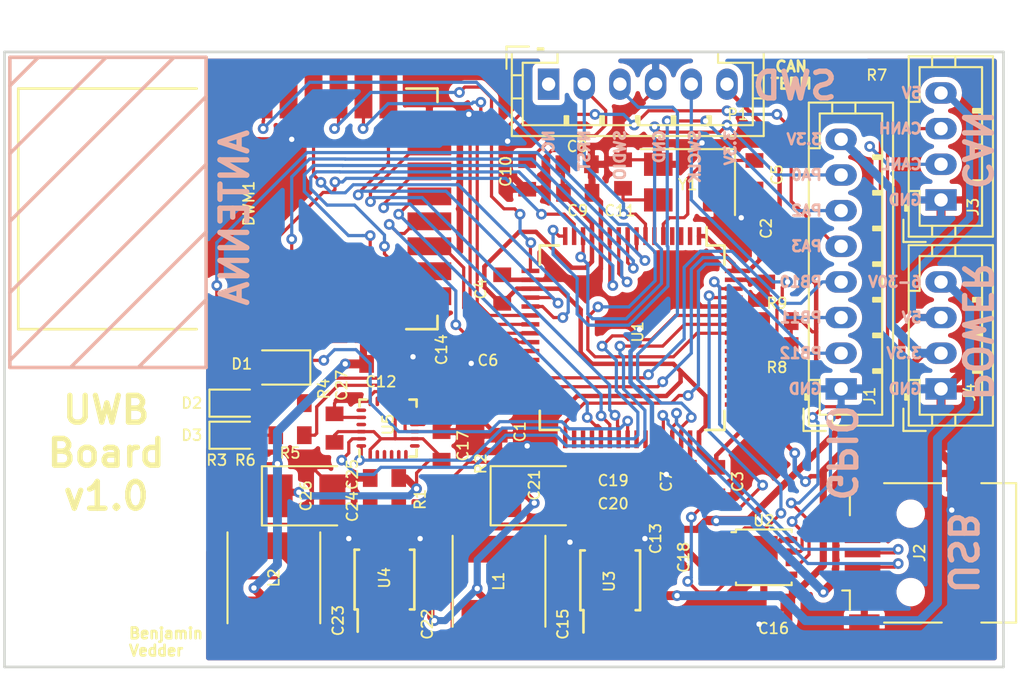
<source format=kicad_pcb>
(kicad_pcb (version 20171130) (host pcbnew 5.0.0-rc2-dev-unknown-bf135b0~64~ubuntu16.04.1)
  (layers (0 F.Cu signal) (31 B.Cu signal) (34 B.Paste user) (35 F.Paste user) (36 B.SilkS user) (37 F.SilkS user) (38 B.Mask user) (39 F.Mask user) (44 Edge.Cuts user))
  (net 0 "")
  (net 1 GND)
  (net 2 "Net-(R1-Pad1)")
  (net 3 5V)
  (net 4 "Net-(R3-Pad1)")
  (net 5 "Net-(D3-Pad2)")
  (net 6 LED_RED)
  (net 7 LED_GREEN)
  (net 8 "Net-(D2-Pad2)")
  (net 9 VCC)
  (net 10 DW_EXTON)
  (net 11 DW_WAKEUP)
  (net 12 "Net-(D1-Pad2)")
  (net 13 DW_GPIO7)
  (net 14 DW_GPIO6)
  (net 15 DW_GPIO5)
  (net 16 DW_GPIO4)
  (net 17 DW_GPIO3)
  (net 18 DW_GPIO2)
  (net 19 DW_GPIO1)
  (net 20 DW_GPIO0)
  (net 21 DW_CS)
  (net 22 DW_MOSI)
  (net 23 DW_MISO)
  (net 24 DW_CLK)
  (net 25 DW_IRQ)
  (net 26 "Net-(C15-Pad1)")
  (net 27 V_IN)
  (net 28 "Net-(C19-Pad2)")
  (net 29 "Net-(C19-Pad1)")
  (net 30 "Net-(C24-Pad1)")
  (net 31 "Net-(C24-Pad2)")
  (net 32 "Net-(C23-Pad1)")
  (net 33 "Net-(U1-Pad2)")
  (net 34 "Net-(U1-Pad3)")
  (net 35 "Net-(U1-Pad4)")
  (net 36 "Net-(C5-Pad2)")
  (net 37 "Net-(C11-Pad2)")
  (net 38 NRST)
  (net 39 PA0)
  (net 40 PA2)
  (net 41 PA3)
  (net 42 "Net-(U1-Pad28)")
  (net 43 PB10)
  (net 44 PB11)
  (net 45 "Net-(C6-Pad2)")
  (net 46 PB12)
  (net 47 "Net-(U1-Pad34)")
  (net 48 "Net-(U1-Pad35)")
  (net 49 "Net-(U1-Pad36)")
  (net 50 DW_RST)
  (net 51 "Net-(U1-Pad41)")
  (net 52 "Net-(U1-Pad42)")
  (net 53 "Net-(U1-Pad43)")
  (net 54 USB_DM)
  (net 55 USB_DP)
  (net 56 SWDIO)
  (net 57 "Net-(C7-Pad2)")
  (net 58 SWCLK)
  (net 59 "Net-(U1-Pad50)")
  (net 60 "Net-(U1-Pad51)")
  (net 61 "Net-(U1-Pad52)")
  (net 62 "Net-(U1-Pad53)")
  (net 63 "Net-(U1-Pad54)")
  (net 64 "Net-(U1-Pad55)")
  (net 65 "Net-(U1-Pad56)")
  (net 66 CAN_RX)
  (net 67 CAN_TX)
  (net 68 CANL)
  (net 69 CANH)
  (net 70 "Net-(J2-Pad4)")
  (net 71 "Net-(P1-Pad1)")
  (net 72 SDA)
  (net 73 SCL)
  (net 74 "Net-(U5-Pad7)")
  (net 75 "Net-(C14-Pad1)")
  (net 76 "Net-(U5-Pad12)")
  (net 77 "Net-(U5-Pad19)")
  (net 78 "Net-(U5-Pad21)")
  (module Crystal:Crystal_SMD_5032-4Pin_5.0x3.2mm (layer F.Cu) (at 125.8 40.8 180)
    (fp_text reference Y1 (at 0 -0.141 180) (layer F.SilkS) (effects (font (size 0.6 0.6) (thickness 0.1))))
    (fp_text value 8M)
    (pad 1 smd rect (at -1.65 1 180) (size 1.6 1.3) (layers F.Cu F.Paste F.Mask) (net 36 "Net-(C5-Pad2)"))
    (pad 2 smd rect (at 1.65 1 180) (size 1.6 1.3) (layers F.Cu F.Paste F.Mask) (net 1 GND))
    (pad 3 smd rect (at 1.65 -1 180) (size 1.6 1.3) (layers F.Cu F.Paste F.Mask) (net 37 "Net-(C11-Pad2)"))
    (pad 4 smd rect (at -1.65 -1 180) (size 1.6 1.3) (layers F.Cu F.Paste F.Mask) (net 1 GND))
  )
  (module crf1:QFN-24-1EP_3x3mm_P0.4mm_nopp (layer F.Cu) (at 109 54.6 90)
    (fp_text reference U5 (at 0.2 0 90) (layer F.SilkS) (effects (font (size 0.6 0.6) (thickness 0.1))))
    (fp_text value MPU9250)
    (pad 1 smd oval (at -1.5 -1 90) (size 0.55 0.2) (layers F.Cu F.Paste F.Mask) (net 9 VCC))
    (pad 2 smd oval (at -1.5 -0.6 90) (size 0.55 0.2) (layers F.Cu F.Paste F.Mask))
    (pad 3 smd oval (at -1.5 -0.2 90) (size 0.55 0.2) (layers F.Cu F.Paste F.Mask))
    (pad 4 smd oval (at -1.5 0.2 90) (size 0.55 0.2) (layers F.Cu F.Paste F.Mask))
    (pad 5 smd oval (at -1.5 0.6 90) (size 0.55 0.2) (layers F.Cu F.Paste F.Mask))
    (pad 6 smd oval (at -1.5 1 90) (size 0.55 0.2) (layers F.Cu F.Paste F.Mask))
    (pad 7 smd oval (at -1 1.5 180) (size 0.55 0.2) (layers F.Cu F.Paste F.Mask) (net 74 "Net-(U5-Pad7)"))
    (pad 8 smd oval (at -0.6 1.5 180) (size 0.55 0.2) (layers F.Cu F.Paste F.Mask) (net 9 VCC))
    (pad 9 smd oval (at -0.2 1.5 180) (size 0.55 0.2) (layers F.Cu F.Paste F.Mask) (net 1 GND))
    (pad 10 smd oval (at 0.2 1.5 180) (size 0.55 0.2) (layers F.Cu F.Paste F.Mask) (net 75 "Net-(C14-Pad1)"))
    (pad 11 smd oval (at 0.6 1.5 180) (size 0.55 0.2) (layers F.Cu F.Paste F.Mask) (net 1 GND))
    (pad 12 smd oval (at 1 1.5 180) (size 0.55 0.2) (layers F.Cu F.Paste F.Mask) (net 76 "Net-(U5-Pad12)"))
    (pad 13 smd oval (at 1.5 1 90) (size 0.55 0.2) (layers F.Cu F.Paste F.Mask) (net 9 VCC))
    (pad 14 smd oval (at 1.5 0.6 90) (size 0.55 0.2) (layers F.Cu F.Paste F.Mask))
    (pad 15 smd oval (at 1.5 0.2 90) (size 0.55 0.2) (layers F.Cu F.Paste F.Mask))
    (pad 16 smd oval (at 1.5 -0.2 90) (size 0.55 0.2) (layers F.Cu F.Paste F.Mask))
    (pad 17 smd oval (at 1.5 -0.6 90) (size 0.55 0.2) (layers F.Cu F.Paste F.Mask))
    (pad 18 smd oval (at 1.5 -1 90) (size 0.55 0.2) (layers F.Cu F.Paste F.Mask) (net 1 GND))
    (pad 19 smd oval (at 1 -1.5 180) (size 0.55 0.2) (layers F.Cu F.Paste F.Mask) (net 77 "Net-(U5-Pad19)"))
    (pad 20 smd oval (at 0.6 -1.5 180) (size 0.55 0.2) (layers F.Cu F.Paste F.Mask) (net 1 GND))
    (pad 21 smd oval (at 0.2 -1.5 180) (size 0.55 0.2) (layers F.Cu F.Paste F.Mask) (net 78 "Net-(U5-Pad21)"))
    (pad 22 smd oval (at -0.2 -1.5 180) (size 0.55 0.2) (layers F.Cu F.Paste F.Mask) (net 9 VCC))
    (pad 23 smd oval (at -0.6 -1.5 180) (size 0.55 0.2) (layers F.Cu F.Paste F.Mask) (net 73 SCL))
    (pad 24 smd oval (at -1 -1.5 180) (size 0.55 0.2) (layers F.Cu F.Paste F.Mask) (net 72 SDA))
  )
  (module Capacitor_SMD:C_0603_1608Metric (layer F.Cu) (at 112 52.6 90)
    (fp_text reference C14 (at 2.4 0 90) (layer F.SilkS) (effects (font (size 0.6 0.6) (thickness 0.1))))
    (fp_text value 100n)
    (pad 1 smd rect (at -0.8 0 90) (size 0.82 1) (layers F.Cu F.Paste F.Mask) (net 75 "Net-(C14-Pad1)"))
    (pad 2 smd rect (at 0.8 0 90) (size 0.82 1) (layers F.Cu F.Paste F.Mask) (net 1 GND))
  )
  (module Capacitor_SMD:C_0603_1608Metric (layer F.Cu) (at 112 55.6 90)
    (fp_text reference C17 (at 0 1.2 90) (layer F.SilkS) (effects (font (size 0.6 0.6) (thickness 0.1))))
    (fp_text value 2.2u)
    (pad 2 smd rect (at 0.8 0 90) (size 0.82 1) (layers F.Cu F.Paste F.Mask) (net 1 GND))
    (pad 1 smd rect (at -0.8 0 90) (size 0.82 1) (layers F.Cu F.Paste F.Mask) (net 9 VCC))
  )
  (module Capacitor_SMD:C_0603_1608Metric (layer F.Cu) (at 106 54.6 90)
    (fp_text reference C27 (at 2.4 0.4 90) (layer F.SilkS) (effects (font (size 0.6 0.6) (thickness 0.1))))
    (fp_text value 2.2u)
    (pad 1 smd rect (at -0.8 0 90) (size 0.82 1) (layers F.Cu F.Paste F.Mask) (net 9 VCC))
    (pad 2 smd rect (at 0.8 0 90) (size 0.82 1) (layers F.Cu F.Paste F.Mask) (net 1 GND))
  )
  (module Resistor_SMD:R_0603_1608Metric (layer F.Cu) (at 130.8 50)
    (fp_text reference R8 (at 0 1.2) (layer F.SilkS) (effects (font (size 0.6 0.6) (thickness 0.1))))
    (fp_text value 1k)
    (pad 2 smd rect (at 0.8 0) (size 0.82 1) (layers F.Cu F.Paste F.Mask) (net 9 VCC))
    (pad 1 smd rect (at -0.8 0) (size 0.82 1) (layers F.Cu F.Paste F.Mask) (net 73 SCL))
  )
  (module Resistor_SMD:R_0603_1608Metric (layer F.Cu) (at 130.8 48.6)
    (fp_text reference R9 (at 0 -1) (layer F.SilkS) (effects (font (size 0.6 0.6) (thickness 0.1))))
    (fp_text value 1k)
    (pad 1 smd rect (at -0.8 0) (size 0.82 1) (layers F.Cu F.Paste F.Mask) (net 72 SDA))
    (pad 2 smd rect (at 0.8 0) (size 0.82 1) (layers F.Cu F.Paste F.Mask) (net 9 VCC))
  )
  (module Connector_JST:JST_PH_B8B-PH-K_1x08_P2.00mm_Vertical (layer F.Cu) (at 134.4 52.4 90)
    (fp_text reference J1 (at -0.4 1.6 90) (layer F.SilkS) (effects (font (size 0.6 0.6) (thickness 0.1))))
    (fp_text value COMM)
    (pad 1 thru_hole rect (at 0 0 90) (size 1.2 1.75) (drill 0.75) (layers *.Cu *.Mask) (net 1 GND))
    (pad 2 thru_hole oval (at 2 0 90) (size 1.2 1.75) (drill 0.75) (layers *.Cu *.Mask) (net 46 PB12))
    (pad 3 thru_hole oval (at 4 0 90) (size 1.2 1.75) (drill 0.75) (layers *.Cu *.Mask) (net 44 PB11))
    (pad 4 thru_hole oval (at 6 0 90) (size 1.2 1.75) (drill 0.75) (layers *.Cu *.Mask) (net 43 PB10))
    (pad 5 thru_hole oval (at 8 0 90) (size 1.2 1.75) (drill 0.75) (layers *.Cu *.Mask) (net 41 PA3))
    (pad 6 thru_hole oval (at 10 0 90) (size 1.2 1.75) (drill 0.75) (layers *.Cu *.Mask) (net 40 PA2))
    (pad 7 thru_hole oval (at 12 0 90) (size 1.2 1.75) (drill 0.75) (layers *.Cu *.Mask) (net 39 PA0))
    (pad 8 thru_hole oval (at 14 0 90) (size 1.2 1.75) (drill 0.75) (layers *.Cu *.Mask) (net 9 VCC))
  )
  (module Resistor_SMD:R_0603_1608Metric (layer F.Cu) (at 134.4 34.8)
    (fp_text reference R7 (at 2 0) (layer F.SilkS) (effects (font (size 0.6 0.6) (thickness 0.1))))
    (fp_text value 220R)
    (pad 1 smd rect (at -0.8 0) (size 0.82 1) (layers F.Cu F.Paste F.Mask) (net 68 CANL))
    (pad 2 smd rect (at 0.8 0) (size 0.82 1) (layers F.Cu F.Paste F.Mask) (net 69 CANH))
  )
  (module MountingHole:MountingHole_3.2mm_M3 (layer F.Cu) (at 91.4 64)
    (fp_text reference MK1 hide)
    (fp_text value Mounting_Hole)
    (pad 1 np_thru_hole circle (at 0 0) (size 3.2 3.2) (drill 3.2) (layers *.Cu *.Mask))
  )
  (module Capacitor_SMD:C_0603_1608Metric (layer F.Cu) (at 108.8 57.4 180)
    (fp_text reference C25 (at 1.8 0.2 270) (layer F.SilkS) (effects (font (size 0.6 0.6) (thickness 0.1))))
    (fp_text value 2.2u)
    (pad 2 smd rect (at 0.8 0 180) (size 0.82 1) (layers F.Cu F.Paste F.Mask) (net 1 GND))
    (pad 1 smd rect (at -0.8 0 180) (size 0.82 1) (layers F.Cu F.Paste F.Mask) (net 9 VCC))
  )
  (module Capacitor_SMD:C_0603_1608Metric (layer F.Cu) (at 124.020926 63.193207 90)
    (fp_text reference C13 (at 2.393207 -0.020926 90) (layer F.SilkS) (effects (font (size 0.6 0.6) (thickness 0.1))))
    (fp_text value 2.2u)
    (pad 1 smd rect (at -0.8 0 90) (size 0.82 1) (layers F.Cu F.Paste F.Mask) (net 27 V_IN))
    (pad 2 smd rect (at 0.8 0 90) (size 0.82 1) (layers F.Cu F.Paste F.Mask) (net 1 GND))
  )
  (module Capacitor_SMD:C_0603_1608Metric (layer F.Cu) (at 130.2 45.6 270)
    (fp_text reference C2 (at -2.2 0 270) (layer F.SilkS) (effects (font (size 0.6 0.6) (thickness 0.1))))
    (fp_text value 2.2u)
    (pad 2 smd rect (at 0.8 0 270) (size 0.82 1) (layers F.Cu F.Paste F.Mask) (net 1 GND))
    (pad 1 smd rect (at -0.8 0 270) (size 0.82 1) (layers F.Cu F.Paste F.Mask) (net 9 VCC))
  )
  (module Capacitor_SMD:C_0603_1608Metric (layer F.Cu) (at 127.4 57.6 270)
    (fp_text reference C3 (at 0 -1.2 270) (layer F.SilkS) (effects (font (size 0.6 0.6) (thickness 0.1))))
    (fp_text value 2.2u)
    (pad 1 smd rect (at -0.8 0 270) (size 0.82 1) (layers F.Cu F.Paste F.Mask) (net 9 VCC))
    (pad 2 smd rect (at 0.8 0 270) (size 0.82 1) (layers F.Cu F.Paste F.Mask) (net 1 GND))
  )
  (module Capacitor_SMD:C_0603_1608Metric (layer F.Cu) (at 115.4 46.8 90)
    (fp_text reference C4 (at 0 -1.2 90) (layer F.SilkS) (effects (font (size 0.6 0.6) (thickness 0.1))))
    (fp_text value 2.2u)
    (pad 2 smd rect (at 0.8 0 90) (size 0.82 1) (layers F.Cu F.Paste F.Mask) (net 1 GND))
    (pad 1 smd rect (at -0.8 0 90) (size 0.82 1) (layers F.Cu F.Paste F.Mask) (net 9 VCC))
  )
  (module Capacitor_SMD:C_0603_1608Metric (layer F.Cu) (at 129.54 40.386 90)
    (fp_text reference C5 (at 0 1.26 90) (layer F.SilkS) (effects (font (size 0.6 0.6) (thickness 0.1))))
    (fp_text value 15p)
    (pad 1 smd rect (at -0.8 0 90) (size 0.82 1) (layers F.Cu F.Paste F.Mask) (net 1 GND))
    (pad 2 smd rect (at 0.8 0 90) (size 0.82 1) (layers F.Cu F.Paste F.Mask) (net 36 "Net-(C5-Pad2)"))
  )
  (module Capacitor_SMD:C_0603_1608Metric (layer F.Cu) (at 114.6 52)
    (fp_text reference C6 (at 0 -1.2) (layer F.SilkS) (effects (font (size 0.6 0.6) (thickness 0.1))))
    (fp_text value 2.2u)
    (pad 2 smd rect (at 0.8 0) (size 0.82 1) (layers F.Cu F.Paste F.Mask) (net 45 "Net-(C6-Pad2)"))
    (pad 1 smd rect (at -0.8 0) (size 0.82 1) (layers F.Cu F.Paste F.Mask) (net 1 GND))
  )
  (module Capacitor_SMD:C_0603_1608Metric (layer F.Cu) (at 125.8 57.6 90)
    (fp_text reference C7 (at 0 -1.2 90) (layer F.SilkS) (effects (font (size 0.6 0.6) (thickness 0.1))))
    (fp_text value 2.2u)
    (pad 1 smd rect (at -0.8 0 90) (size 0.82 1) (layers F.Cu F.Paste F.Mask) (net 1 GND))
    (pad 2 smd rect (at 0.8 0 90) (size 0.82 1) (layers F.Cu F.Paste F.Mask) (net 57 "Net-(C7-Pad2)"))
  )
  (module Capacitor_SMD:C_0603_1608Metric (layer F.Cu) (at 119.6 39.8)
    (fp_text reference C8 (at 0 -1) (layer F.SilkS) (effects (font (size 0.6 0.6) (thickness 0.1))))
    (fp_text value 2.2u)
    (pad 2 smd rect (at 0.8 0) (size 0.82 1) (layers F.Cu F.Paste F.Mask) (net 1 GND))
    (pad 1 smd rect (at -0.8 0) (size 0.82 1) (layers F.Cu F.Paste F.Mask) (net 9 VCC))
  )
  (module Capacitor_SMD:C_0603_1608Metric (layer F.Cu) (at 119.634 41.402)
    (fp_text reference C9 (at 0 0.998) (layer F.SilkS) (effects (font (size 0.6 0.6) (thickness 0.1))))
    (fp_text value 2.2u)
    (pad 1 smd rect (at -0.8 0) (size 0.82 1) (layers F.Cu F.Paste F.Mask) (net 9 VCC))
    (pad 2 smd rect (at 0.8 0) (size 0.82 1) (layers F.Cu F.Paste F.Mask) (net 1 GND))
  )
  (module Capacitor_SMD:C_0603_1608Metric (layer F.Cu) (at 116.8 40.4 270)
    (fp_text reference C10 (at -0.2 1.2 270) (layer F.SilkS) (effects (font (size 0.6 0.6) (thickness 0.1))))
    (fp_text value 100n)
    (pad 2 smd rect (at 0.8 0 270) (size 0.82 1) (layers F.Cu F.Paste F.Mask) (net 1 GND))
    (pad 1 smd rect (at -0.8 0 270) (size 0.82 1) (layers F.Cu F.Paste F.Mask) (net 38 NRST))
  )
  (module Capacitor_SMD:C_0603_1608Metric (layer F.Cu) (at 122.174 40.348 270)
    (fp_text reference C11 (at 2.052 0.174) (layer F.SilkS) (effects (font (size 0.6 0.6) (thickness 0.1))))
    (fp_text value 15p)
    (pad 1 smd rect (at -0.8 0 270) (size 0.82 1) (layers F.Cu F.Paste F.Mask) (net 1 GND))
    (pad 2 smd rect (at 0.8 0 270) (size 0.82 1) (layers F.Cu F.Paste F.Mask) (net 37 "Net-(C11-Pad2)"))
  )
  (module Capacitor_SMD:C_0603_1608Metric (layer F.Cu) (at 108.8 59)
    (fp_text reference C24 (at -1.8 0 90) (layer F.SilkS) (effects (font (size 0.6 0.6) (thickness 0.1))))
    (fp_text value 100n)
    (pad 2 smd rect (at 0.8 0) (size 0.82 1) (layers F.Cu F.Paste F.Mask) (net 31 "Net-(C24-Pad2)"))
    (pad 1 smd rect (at -0.8 0) (size 0.82 1) (layers F.Cu F.Paste F.Mask) (net 30 "Net-(C24-Pad1)"))
  )
  (module Capacitor_SMD:C_0603_1608Metric (layer F.Cu) (at 106.2 63 90)
    (fp_text reference C23 (at -2.4 0 90) (layer F.SilkS) (effects (font (size 0.6 0.6) (thickness 0.1))))
    (fp_text value 2.2u)
    (pad 1 smd rect (at -0.8 0 90) (size 0.82 1) (layers F.Cu F.Paste F.Mask) (net 32 "Net-(C23-Pad1)"))
    (pad 2 smd rect (at 0.8 0 90) (size 0.82 1) (layers F.Cu F.Paste F.Mask) (net 1 GND))
  )
  (module Capacitor_SMD:C_0603_1608Metric (layer F.Cu) (at 111.4 63.4 90)
    (fp_text reference C22 (at -2.2 -0.2 90) (layer F.SilkS) (effects (font (size 0.6 0.6) (thickness 0.1))))
    (fp_text value 2.2u)
    (pad 2 smd rect (at 0.8 0 90) (size 0.82 1) (layers F.Cu F.Paste F.Mask) (net 1 GND))
    (pad 1 smd rect (at -0.8 0 90) (size 0.82 1) (layers F.Cu F.Paste F.Mask) (net 3 5V))
  )
  (module Capacitor_SMD:C_0603_1608Metric (layer F.Cu) (at 121.620926 57.393207 180)
    (fp_text reference C20 (at 0 -1.45 180) (layer F.SilkS) (effects (font (size 0.6 0.6) (thickness 0.1))))
    (fp_text value 2.2u)
    (pad 1 smd rect (at -0.8 0 180) (size 0.82 1) (layers F.Cu F.Paste F.Mask) (net 3 5V))
    (pad 2 smd rect (at 0.8 0 180) (size 0.82 1) (layers F.Cu F.Paste F.Mask) (net 1 GND))
  )
  (module Capacitor_SMD:C_0603_1608Metric (layer F.Cu) (at 121.620926 58.993207)
    (fp_text reference C19 (at 0 -1.45) (layer F.SilkS) (effects (font (size 0.6 0.6) (thickness 0.1))))
    (fp_text value 100n)
    (pad 2 smd rect (at 0.8 0) (size 0.82 1) (layers F.Cu F.Paste F.Mask) (net 28 "Net-(C19-Pad2)"))
    (pad 1 smd rect (at -0.8 0) (size 0.82 1) (layers F.Cu F.Paste F.Mask) (net 29 "Net-(C19-Pad1)"))
  )
  (module Capacitor_SMD:C_0603_1608Metric (layer F.Cu) (at 127.018 61.849 90)
    (fp_text reference C18 (at 0 -1.45 90) (layer F.SilkS) (effects (font (size 0.6 0.6) (thickness 0.1))))
    (fp_text value 2.2u)
    (pad 1 smd rect (at -0.8 0 90) (size 0.82 1) (layers F.Cu F.Paste F.Mask) (net 3 5V))
    (pad 2 smd rect (at 0.8 0 90) (size 0.82 1) (layers F.Cu F.Paste F.Mask) (net 1 GND))
  )
  (module Capacitor_SMD:C_0603_1608Metric (layer F.Cu) (at 130.612 64.389 180)
    (fp_text reference C16 (at 0 -1.45 180) (layer F.SilkS) (effects (font (size 0.6 0.6) (thickness 0.1))))
    (fp_text value 2.2u)
    (pad 1 smd rect (at -0.8 0 180) (size 0.82 1) (layers F.Cu F.Paste F.Mask) (net 9 VCC))
    (pad 2 smd rect (at 0.8 0 180) (size 0.82 1) (layers F.Cu F.Paste F.Mask) (net 1 GND))
  )
  (module Capacitor_SMD:C_0603_1608Metric (layer F.Cu) (at 118.820926 63.193207 90)
    (fp_text reference C15 (at -2.406793 -0.020926 90) (layer F.SilkS) (effects (font (size 0.6 0.6) (thickness 0.1))))
    (fp_text value 2.2u)
    (pad 2 smd rect (at 0.8 0 90) (size 0.82 1) (layers F.Cu F.Paste F.Mask) (net 1 GND))
    (pad 1 smd rect (at -0.8 0 90) (size 0.82 1) (layers F.Cu F.Paste F.Mask) (net 26 "Net-(C15-Pad1)"))
  )
  (module Capacitor_SMD:C_0603_1608Metric (layer F.Cu) (at 115.2 54.2 270)
    (fp_text reference C1 (at 0.6 -1.2 90) (layer F.SilkS) (effects (font (size 0.6 0.6) (thickness 0.1))))
    (fp_text value 2.2u)
    (pad 2 smd rect (at 0.8 0 270) (size 0.82 1) (layers F.Cu F.Paste F.Mask) (net 1 GND))
    (pad 1 smd rect (at -0.8 0 270) (size 0.82 1) (layers F.Cu F.Paste F.Mask) (net 9 VCC))
  )
  (module Capacitor_SMD:C_0603_1608Metric (layer F.Cu) (at 108.6 51)
    (fp_text reference C12 (at 0 1) (layer F.SilkS) (effects (font (size 0.6 0.6) (thickness 0.1))))
    (fp_text value 2.2u)
    (pad 1 smd rect (at -0.8 0) (size 0.82 1) (layers F.Cu F.Paste F.Mask) (net 9 VCC))
    (pad 2 smd rect (at 0.8 0) (size 0.82 1) (layers F.Cu F.Paste F.Mask) (net 1 GND))
  )
  (module Capacitor_Tantalum_SMD:CP_EIA-3528-12_Kemet-T (layer F.Cu) (at 104.4 58.4)
    (fp_text reference C26 (at 0 0 90) (layer F.SilkS) (effects (font (size 0.6 0.6) (thickness 0.1))))
    (fp_text value 100u)
    (pad 2 smd rect (at 1.48 0) (size 1.46 2.4) (layers F.Cu F.Paste F.Mask) (net 1 GND))
    (pad 1 smd rect (at -1.48 0) (size 1.46 2.4) (layers F.Cu F.Paste F.Mask) (net 9 VCC))
  )
  (module Capacitor_Tantalum_SMD:CP_EIA-3528-12_Kemet-T (layer F.Cu) (at 117.220926 58.393207)
    (fp_text reference C21 (at -0.020926 -0.593207 90) (layer F.SilkS) (effects (font (size 0.6 0.6) (thickness 0.1))))
    (fp_text value 100u)
    (pad 1 smd rect (at -1.48 0) (size 1.46 2.4) (layers F.Cu F.Paste F.Mask) (net 3 5V))
    (pad 2 smd rect (at 1.48 0) (size 1.46 2.4) (layers F.Cu F.Paste F.Mask) (net 1 GND))
  )
  (module Connector_JST:JST_PH_B4B-PH-K_1x04_P2.00mm_Vertical (layer F.Cu) (at 140 52.4 90)
    (fp_text reference J4 (at -0.2 1.6 90) (layer F.SilkS) (effects (font (size 0.6 0.6) (thickness 0.1))))
    (fp_text value PWR)
    (pad 4 thru_hole oval (at 6 0 90) (size 1.2 1.75) (drill 0.75) (layers *.Cu *.Mask) (net 27 V_IN))
    (pad 3 thru_hole oval (at 4 0 90) (size 1.2 1.75) (drill 0.75) (layers *.Cu *.Mask) (net 3 5V))
    (pad 2 thru_hole oval (at 2 0 90) (size 1.2 1.75) (drill 0.75) (layers *.Cu *.Mask) (net 9 VCC))
    (pad 1 thru_hole rect (at 0 0 90) (size 1.2 1.75) (drill 0.75) (layers *.Cu *.Mask) (net 1 GND))
  )
  (module Connector_JST:JST_PH_B4B-PH-K_1x04_P2.00mm_Vertical (layer F.Cu) (at 140 41.8 90)
    (fp_text reference J3 (at -0.4 1.8 90) (layer F.SilkS) (effects (font (size 0.6 0.6) (thickness 0.1))))
    (fp_text value CAN)
    (pad 1 thru_hole rect (at 0 0 90) (size 1.2 1.75) (drill 0.75) (layers *.Cu *.Mask) (net 1 GND))
    (pad 2 thru_hole oval (at 2 0 90) (size 1.2 1.75) (drill 0.75) (layers *.Cu *.Mask) (net 68 CANL))
    (pad 3 thru_hole oval (at 4 0 90) (size 1.2 1.75) (drill 0.75) (layers *.Cu *.Mask) (net 69 CANH))
    (pad 4 thru_hole oval (at 6 0 90) (size 1.2 1.75) (drill 0.75) (layers *.Cu *.Mask) (net 3 5V))
  )
  (module Connector_JST:JST_PH_B6B-PH-K_1x06_P2.00mm_Vertical (layer F.Cu) (at 118 35.306)
    (fp_text reference P1 (at 10.6 1.694) (layer F.SilkS) (effects (font (size 0.6 0.6) (thickness 0.1))))
    (fp_text value SWD)
    (pad 1 thru_hole rect (at 0 0) (size 1.2 1.75) (drill 0.75) (layers *.Cu *.Mask) (net 71 "Net-(P1-Pad1)"))
    (pad 2 thru_hole oval (at 2 0) (size 1.2 1.75) (drill 0.75) (layers *.Cu *.Mask) (net 38 NRST))
    (pad 3 thru_hole oval (at 4 0) (size 1.2 1.75) (drill 0.75) (layers *.Cu *.Mask) (net 56 SWDIO))
    (pad 4 thru_hole oval (at 6 0) (size 1.2 1.75) (drill 0.75) (layers *.Cu *.Mask) (net 1 GND))
    (pad 5 thru_hole oval (at 8 0) (size 1.2 1.75) (drill 0.75) (layers *.Cu *.Mask) (net 58 SWCLK))
    (pad 6 thru_hole oval (at 10 0) (size 1.2 1.75) (drill 0.75) (layers *.Cu *.Mask) (net 9 VCC))
  )
  (module Connector_USB:USB_Mini-B_Lumberg_2486_01_Horizontal (layer F.Cu) (at 138.3 61.6 90)
    (fp_text reference J2 (at 0 0.5 90) (layer F.SilkS) (effects (font (size 0.6 0.6) (thickness 0.1))))
    (fp_text value USB_B_Mini)
    (pad 1 smd rect (at -1.6 -2.7 90) (size 0.5 2) (layers F.Cu F.Paste F.Mask) (net 3 5V))
    (pad 2 smd rect (at -0.8 -2.7 90) (size 0.5 2) (layers F.Cu F.Paste F.Mask) (net 54 USB_DM))
    (pad 3 smd rect (at 0 -2.7 90) (size 0.5 2) (layers F.Cu F.Paste F.Mask) (net 55 USB_DP))
    (pad 4 smd rect (at 0.8 -2.7 90) (size 0.5 2) (layers F.Cu F.Paste F.Mask) (net 70 "Net-(J2-Pad4)"))
    (pad 5 smd rect (at 1.6 -2.7 90) (size 0.5 2) (layers F.Cu F.Paste F.Mask) (net 1 GND))
    (pad 6 smd rect (at -4.45 -2.6 90) (size 2 1.7) (layers F.Cu F.Paste F.Mask) (net 1 GND))
    (pad 6 smd rect (at -4.45 2.85 90) (size 2 1.7) (layers F.Cu F.Paste F.Mask) (net 1 GND))
    (pad 6 smd rect (at 4.45 -2.6 90) (size 2 1.7) (layers F.Cu F.Paste F.Mask) (net 1 GND))
    (pad 6 smd rect (at 4.45 2.85 90) (size 2 1.7) (layers F.Cu F.Paste F.Mask) (net 1 GND))
    (pad "" np_thru_hole circle (at -2.2 0 90) (size 1 1) (drill 1) (layers *.Cu *.Mask))
    (pad "" np_thru_hole circle (at 2.2 0 90) (size 1 1) (drill 1) (layers *.Cu *.Mask))
  )
  (module Diode_SMD:D_0805_2012Metric (layer F.Cu) (at 102.943 51.2 180)
    (fp_text reference D1 (at 2.143 0.2 180) (layer F.SilkS) (effects (font (size 0.6 0.6) (thickness 0.1))))
    (fp_text value D_Schottky)
    (pad 1 smd rect (at -0.88 0 180) (size 1.12 1.4) (layers F.Cu F.Paste F.Mask) (net 50 DW_RST))
    (pad 2 smd rect (at 0.88 0 180) (size 1.12 1.4) (layers F.Cu F.Paste F.Mask) (net 12 "Net-(D1-Pad2)"))
  )
  (module Inductor_SMD:L_Taiyo-Yuden_MD-5050 (layer F.Cu) (at 115.220926 63.193207 90)
    (fp_text reference L1 (at 0 -0.020926 90) (layer F.SilkS) (effects (font (size 0.6 0.6) (thickness 0.1))))
    (fp_text value 22U)
    (pad 2 smd rect (at 1.8 0 90) (size 1.5 4.2) (layers F.Cu F.Paste F.Mask) (net 28 "Net-(C19-Pad2)"))
    (pad 1 smd rect (at -1.8 0 90) (size 1.5 4.2) (layers F.Cu F.Paste F.Mask) (net 3 5V))
  )
  (module Inductor_SMD:L_Taiyo-Yuden_MD-5050 (layer F.Cu) (at 102.6 63 90)
    (fp_text reference L2 (at 0 0 90) (layer F.SilkS) (effects (font (size 0.6 0.6) (thickness 0.1))))
    (fp_text value 22U)
    (pad 1 smd rect (at -1.8 0 90) (size 1.5 4.2) (layers F.Cu F.Paste F.Mask) (net 9 VCC))
    (pad 2 smd rect (at 1.8 0 90) (size 1.5 4.2) (layers F.Cu F.Paste F.Mask) (net 31 "Net-(C24-Pad2)"))
  )
  (module LED_SMD:LED_0603_1608Metric (layer F.Cu) (at 100.457 55)
    (fp_text reference D3 (at -2.457 0) (layer F.SilkS) (effects (font (size 0.6 0.6) (thickness 0.1))))
    (fp_text value GREEN)
    (pad 2 smd rect (at 0.8 0) (size 0.82 1) (layers F.Cu F.Paste F.Mask) (net 5 "Net-(D3-Pad2)"))
    (pad 1 smd rect (at -0.8 0) (size 0.82 1) (layers F.Cu F.Paste F.Mask) (net 1 GND))
  )
  (module LED_SMD:LED_0603_1608Metric (layer F.Cu) (at 100.457 53.2)
    (fp_text reference D2 (at -2.457 0) (layer F.SilkS) (effects (font (size 0.6 0.6) (thickness 0.1))))
    (fp_text value RED)
    (pad 1 smd rect (at -0.8 0) (size 0.82 1) (layers F.Cu F.Paste F.Mask) (net 1 GND))
    (pad 2 smd rect (at 0.8 0) (size 0.82 1) (layers F.Cu F.Paste F.Mask) (net 8 "Net-(D2-Pad2)"))
  )
  (module Package_DFN_QFN:DFN-8-1EP_3x3mm_P0.65mm_EP1.55x2.4mm (layer F.Cu) (at 130.066 61.849)
    (fp_text reference U2 (at 0 -2.049) (layer F.SilkS) (effects (font (size 0.6 0.6) (thickness 0.1))))
    (fp_text value TJA1051TK-3)
    (pad 1 smd rect (at -1.55 -0.975) (size 0.65 0.35) (layers F.Cu F.Paste F.Mask) (net 67 CAN_TX))
    (pad 2 smd rect (at -1.55 -0.325) (size 0.65 0.35) (layers F.Cu F.Paste F.Mask) (net 1 GND))
    (pad 3 smd rect (at -1.55 0.325) (size 0.65 0.35) (layers F.Cu F.Paste F.Mask) (net 3 5V))
    (pad 4 smd rect (at -1.55 0.975) (size 0.65 0.35) (layers F.Cu F.Paste F.Mask) (net 66 CAN_RX))
    (pad 5 smd rect (at 1.55 0.975) (size 0.65 0.35) (layers F.Cu F.Paste F.Mask) (net 9 VCC))
    (pad 6 smd rect (at 1.55 0.325) (size 0.65 0.35) (layers F.Cu F.Paste F.Mask) (net 68 CANL))
    (pad 7 smd rect (at 1.55 -0.325) (size 0.65 0.35) (layers F.Cu F.Paste F.Mask) (net 69 CANH))
    (pad 8 smd rect (at 1.55 -0.975) (size 0.65 0.35) (layers F.Cu F.Paste F.Mask) (net 1 GND))
    (pad 9 smd rect (at 0 0) (size 1.55 2.4) (layers F.Cu F.Mask) (net 1 GND))
  )
  (module Package_QFP:LQFP-64_10x10mm_P0.5mm (layer F.Cu) (at 122.682 49.53 270)
    (fp_text reference U1 (at -0.33 -0.318 270) (layer F.SilkS) (effects (font (size 0.6 0.6) (thickness 0.1))))
    (fp_text value STM32F40X_LQFP64)
    (pad 1 smd rect (at -5.7 -3.75 270) (size 1 0.25) (layers F.Cu F.Paste F.Mask) (net 9 VCC))
    (pad 2 smd rect (at -5.7 -3.25 270) (size 1 0.25) (layers F.Cu F.Paste F.Mask) (net 33 "Net-(U1-Pad2)"))
    (pad 3 smd rect (at -5.7 -2.75 270) (size 1 0.25) (layers F.Cu F.Paste F.Mask) (net 34 "Net-(U1-Pad3)"))
    (pad 4 smd rect (at -5.7 -2.25 270) (size 1 0.25) (layers F.Cu F.Paste F.Mask) (net 35 "Net-(U1-Pad4)"))
    (pad 5 smd rect (at -5.7 -1.75 270) (size 1 0.25) (layers F.Cu F.Paste F.Mask) (net 36 "Net-(C5-Pad2)"))
    (pad 6 smd rect (at -5.7 -1.25 270) (size 1 0.25) (layers F.Cu F.Paste F.Mask) (net 37 "Net-(C11-Pad2)"))
    (pad 7 smd rect (at -5.7 -0.75 270) (size 1 0.25) (layers F.Cu F.Paste F.Mask) (net 38 NRST))
    (pad 8 smd rect (at -5.7 -0.25 270) (size 1 0.25) (layers F.Cu F.Paste F.Mask) (net 10 DW_EXTON))
    (pad 9 smd rect (at -5.7 0.25 270) (size 1 0.25) (layers F.Cu F.Paste F.Mask) (net 13 DW_GPIO7))
    (pad 10 smd rect (at -5.7 0.75 270) (size 1 0.25) (layers F.Cu F.Paste F.Mask) (net 14 DW_GPIO6))
    (pad 11 smd rect (at -5.7 1.25 270) (size 1 0.25) (layers F.Cu F.Paste F.Mask) (net 15 DW_GPIO5))
    (pad 12 smd rect (at -5.7 1.75 270) (size 1 0.25) (layers F.Cu F.Paste F.Mask) (net 1 GND))
    (pad 13 smd rect (at -5.7 2.25 270) (size 1 0.25) (layers F.Cu F.Paste F.Mask) (net 9 VCC))
    (pad 14 smd rect (at -5.7 2.75 270) (size 1 0.25) (layers F.Cu F.Paste F.Mask) (net 39 PA0))
    (pad 15 smd rect (at -5.7 3.25 270) (size 1 0.25) (layers F.Cu F.Paste F.Mask) (net 11 DW_WAKEUP))
    (pad 16 smd rect (at -5.7 3.75 270) (size 1 0.25) (layers F.Cu F.Paste F.Mask) (net 40 PA2))
    (pad 17 smd rect (at -3.75 5.7) (size 1 0.25) (layers F.Cu F.Paste F.Mask) (net 41 PA3))
    (pad 18 smd rect (at -3.25 5.7) (size 1 0.25) (layers F.Cu F.Paste F.Mask) (net 1 GND))
    (pad 19 smd rect (at -2.75 5.7) (size 1 0.25) (layers F.Cu F.Paste F.Mask) (net 9 VCC))
    (pad 20 smd rect (at -2.25 5.7) (size 1 0.25) (layers F.Cu F.Paste F.Mask) (net 21 DW_CS))
    (pad 21 smd rect (at -1.75 5.7) (size 1 0.25) (layers F.Cu F.Paste F.Mask) (net 24 DW_CLK))
    (pad 22 smd rect (at -1.25 5.7) (size 1 0.25) (layers F.Cu F.Paste F.Mask) (net 23 DW_MISO))
    (pad 23 smd rect (at -0.75 5.7) (size 1 0.25) (layers F.Cu F.Paste F.Mask) (net 22 DW_MOSI))
    (pad 24 smd rect (at -0.25 5.7) (size 1 0.25) (layers F.Cu F.Paste F.Mask) (net 16 DW_GPIO4))
    (pad 25 smd rect (at 0.25 5.7) (size 1 0.25) (layers F.Cu F.Paste F.Mask) (net 17 DW_GPIO3))
    (pad 26 smd rect (at 0.75 5.7) (size 1 0.25) (layers F.Cu F.Paste F.Mask) (net 7 LED_GREEN))
    (pad 27 smd rect (at 1.25 5.7) (size 1 0.25) (layers F.Cu F.Paste F.Mask) (net 6 LED_RED))
    (pad 28 smd rect (at 1.75 5.7) (size 1 0.25) (layers F.Cu F.Paste F.Mask) (net 42 "Net-(U1-Pad28)"))
    (pad 29 smd rect (at 2.25 5.7) (size 1 0.25) (layers F.Cu F.Paste F.Mask) (net 43 PB10))
    (pad 30 smd rect (at 2.75 5.7) (size 1 0.25) (layers F.Cu F.Paste F.Mask) (net 44 PB11))
    (pad 31 smd rect (at 3.25 5.7) (size 1 0.25) (layers F.Cu F.Paste F.Mask) (net 45 "Net-(C6-Pad2)"))
    (pad 32 smd rect (at 3.75 5.7) (size 1 0.25) (layers F.Cu F.Paste F.Mask) (net 9 VCC))
    (pad 33 smd rect (at 5.7 3.75 270) (size 1 0.25) (layers F.Cu F.Paste F.Mask) (net 46 PB12))
    (pad 34 smd rect (at 5.7 3.25 270) (size 1 0.25) (layers F.Cu F.Paste F.Mask) (net 47 "Net-(U1-Pad34)"))
    (pad 35 smd rect (at 5.7 2.75 270) (size 1 0.25) (layers F.Cu F.Paste F.Mask) (net 48 "Net-(U1-Pad35)"))
    (pad 36 smd rect (at 5.7 2.25 270) (size 1 0.25) (layers F.Cu F.Paste F.Mask) (net 49 "Net-(U1-Pad36)"))
    (pad 37 smd rect (at 5.7 1.75 270) (size 1 0.25) (layers F.Cu F.Paste F.Mask) (net 18 DW_GPIO2))
    (pad 38 smd rect (at 5.7 1.25 270) (size 1 0.25) (layers F.Cu F.Paste F.Mask) (net 19 DW_GPIO1))
    (pad 39 smd rect (at 5.7 0.75 270) (size 1 0.25) (layers F.Cu F.Paste F.Mask) (net 20 DW_GPIO0))
    (pad 40 smd rect (at 5.7 0.25 270) (size 1 0.25) (layers F.Cu F.Paste F.Mask) (net 50 DW_RST))
    (pad 41 smd rect (at 5.7 -0.25 270) (size 1 0.25) (layers F.Cu F.Paste F.Mask) (net 51 "Net-(U1-Pad41)"))
    (pad 42 smd rect (at 5.7 -0.75 270) (size 1 0.25) (layers F.Cu F.Paste F.Mask) (net 52 "Net-(U1-Pad42)"))
    (pad 43 smd rect (at 5.7 -1.25 270) (size 1 0.25) (layers F.Cu F.Paste F.Mask) (net 53 "Net-(U1-Pad43)"))
    (pad 44 smd rect (at 5.7 -1.75 270) (size 1 0.25) (layers F.Cu F.Paste F.Mask) (net 54 USB_DM))
    (pad 45 smd rect (at 5.7 -2.25 270) (size 1 0.25) (layers F.Cu F.Paste F.Mask) (net 55 USB_DP))
    (pad 46 smd rect (at 5.7 -2.75 270) (size 1 0.25) (layers F.Cu F.Paste F.Mask) (net 56 SWDIO))
    (pad 47 smd rect (at 5.7 -3.25 270) (size 1 0.25) (layers F.Cu F.Paste F.Mask) (net 57 "Net-(C7-Pad2)"))
    (pad 48 smd rect (at 5.7 -3.75 270) (size 1 0.25) (layers F.Cu F.Paste F.Mask) (net 9 VCC))
    (pad 49 smd rect (at 3.75 -5.7) (size 1 0.25) (layers F.Cu F.Paste F.Mask) (net 58 SWCLK))
    (pad 50 smd rect (at 3.25 -5.7) (size 1 0.25) (layers F.Cu F.Paste F.Mask) (net 59 "Net-(U1-Pad50)"))
    (pad 51 smd rect (at 2.75 -5.7) (size 1 0.25) (layers F.Cu F.Paste F.Mask) (net 60 "Net-(U1-Pad51)"))
    (pad 52 smd rect (at 2.25 -5.7) (size 1 0.25) (layers F.Cu F.Paste F.Mask) (net 61 "Net-(U1-Pad52)"))
    (pad 53 smd rect (at 1.75 -5.7) (size 1 0.25) (layers F.Cu F.Paste F.Mask) (net 62 "Net-(U1-Pad53)"))
    (pad 54 smd rect (at 1.25 -5.7) (size 1 0.25) (layers F.Cu F.Paste F.Mask) (net 63 "Net-(U1-Pad54)"))
    (pad 55 smd rect (at 0.75 -5.7) (size 1 0.25) (layers F.Cu F.Paste F.Mask) (net 64 "Net-(U1-Pad55)"))
    (pad 56 smd rect (at 0.25 -5.7) (size 1 0.25) (layers F.Cu F.Paste F.Mask) (net 65 "Net-(U1-Pad56)"))
    (pad 57 smd rect (at -0.25 -5.7) (size 1 0.25) (layers F.Cu F.Paste F.Mask) (net 25 DW_IRQ))
    (pad 58 smd rect (at -0.75 -5.7) (size 1 0.25) (layers F.Cu F.Paste F.Mask) (net 73 SCL))
    (pad 59 smd rect (at -1.25 -5.7) (size 1 0.25) (layers F.Cu F.Paste F.Mask) (net 72 SDA))
    (pad 60 smd rect (at -1.75 -5.7) (size 1 0.25) (layers F.Cu F.Paste F.Mask) (net 1 GND))
    (pad 61 smd rect (at -2.25 -5.7) (size 1 0.25) (layers F.Cu F.Paste F.Mask) (net 66 CAN_RX))
    (pad 62 smd rect (at -2.75 -5.7) (size 1 0.25) (layers F.Cu F.Paste F.Mask) (net 67 CAN_TX))
    (pad 63 smd rect (at -3.25 -5.7) (size 1 0.25) (layers F.Cu F.Paste F.Mask) (net 1 GND))
    (pad 64 smd rect (at -3.75 -5.7) (size 1 0.25) (layers F.Cu F.Paste F.Mask) (net 9 VCC))
  )
  (module Package_SO:MSOP-8_3x3mm_P0.65mm (layer F.Cu) (at 108.8 63.097 90)
    (fp_text reference U4 (at 0.097 0 90) (layer F.SilkS) (effects (font (size 0.6 0.6) (thickness 0.1))))
    (fp_text value MCP16311/2)
    (pad 8 smd rect (at 2.2 -0.975 90) (size 1.45 0.45) (layers F.Cu F.Paste F.Mask) (net 1 GND))
    (pad 7 smd rect (at 2.2 -0.325 90) (size 1.45 0.45) (layers F.Cu F.Paste F.Mask) (net 30 "Net-(C24-Pad1)"))
    (pad 6 smd rect (at 2.2 0.325 90) (size 1.45 0.45) (layers F.Cu F.Paste F.Mask) (net 31 "Net-(C24-Pad2)"))
    (pad 5 smd rect (at 2.2 0.975 90) (size 1.45 0.45) (layers F.Cu F.Paste F.Mask) (net 1 GND))
    (pad 4 smd rect (at -2.2 0.975 90) (size 1.45 0.45) (layers F.Cu F.Paste F.Mask) (net 3 5V))
    (pad 3 smd rect (at -2.2 0.325 90) (size 1.45 0.45) (layers F.Cu F.Paste F.Mask) (net 3 5V))
    (pad 2 smd rect (at -2.2 -0.325 90) (size 1.45 0.45) (layers F.Cu F.Paste F.Mask) (net 32 "Net-(C23-Pad1)"))
    (pad 1 smd rect (at -2.2 -0.975 90) (size 1.45 0.45) (layers F.Cu F.Paste F.Mask) (net 4 "Net-(R3-Pad1)"))
  )
  (module Package_SO:MSOP-8_3x3mm_P0.65mm (layer F.Cu) (at 121.455426 63.138826 90)
    (fp_text reference U3 (at -0.061174 -0.055426 90) (layer F.SilkS) (effects (font (size 0.6 0.6) (thickness 0.1))))
    (fp_text value MCP16311/2)
    (pad 1 smd rect (at -2.2 -0.975 90) (size 1.45 0.45) (layers F.Cu F.Paste F.Mask) (net 2 "Net-(R1-Pad1)"))
    (pad 2 smd rect (at -2.2 -0.325 90) (size 1.45 0.45) (layers F.Cu F.Paste F.Mask) (net 26 "Net-(C15-Pad1)"))
    (pad 3 smd rect (at -2.2 0.325 90) (size 1.45 0.45) (layers F.Cu F.Paste F.Mask) (net 27 V_IN))
    (pad 4 smd rect (at -2.2 0.975 90) (size 1.45 0.45) (layers F.Cu F.Paste F.Mask) (net 27 V_IN))
    (pad 5 smd rect (at 2.2 0.975 90) (size 1.45 0.45) (layers F.Cu F.Paste F.Mask) (net 1 GND))
    (pad 6 smd rect (at 2.2 0.325 90) (size 1.45 0.45) (layers F.Cu F.Paste F.Mask) (net 28 "Net-(C19-Pad2)"))
    (pad 7 smd rect (at 2.2 -0.325 90) (size 1.45 0.45) (layers F.Cu F.Paste F.Mask) (net 29 "Net-(C19-Pad1)"))
    (pad 8 smd rect (at 2.2 -0.975 90) (size 1.45 0.45) (layers F.Cu F.Paste F.Mask) (net 1 GND))
  )
  (module RF_Module:DWM1000 (layer F.Cu) (at 100.022 42.301 90)
    (fp_text reference DWM1 (at 0.301 1.178 90) (layer F.SilkS) (effects (font (size 0.6 0.6) (thickness 0.1))))
    (fp_text value DWM1000)
    (pad 1 smd rect (at -6.3 -0.7988 180) (size 1 2.45) (layers F.Cu F.Paste F.Mask) (net 10 DW_EXTON))
    (pad 2 smd rect (at -6.3 0.6012 180) (size 1 2.45) (layers F.Cu F.Paste F.Mask) (net 11 DW_WAKEUP))
    (pad 3 smd rect (at -6.3 2.0012 180) (size 1 2.45) (layers F.Cu F.Paste F.Mask) (net 12 "Net-(D1-Pad2)"))
    (pad 4 smd rect (at -6.3 3.4012 180) (size 1 2.45) (layers F.Cu F.Paste F.Mask) (net 13 DW_GPIO7))
    (pad 5 smd rect (at -6.3 4.8012 180) (size 1 2.45) (layers F.Cu F.Paste F.Mask) (net 9 VCC))
    (pad 6 smd rect (at -6.3 6.2012 180) (size 1 2.45) (layers F.Cu F.Paste F.Mask) (net 9 VCC))
    (pad 7 smd rect (at -6.3 7.6012 180) (size 1 2.45) (layers F.Cu F.Paste F.Mask) (net 9 VCC))
    (pad 8 smd rect (at -6.3 9.0012 180) (size 1 2.45) (layers F.Cu F.Paste F.Mask) (net 1 GND))
    (pad 9 smd rect (at -4.9 11.2962 90) (size 1 2.45) (layers F.Cu F.Paste F.Mask) (net 14 DW_GPIO6))
    (pad 10 smd rect (at -3.5 11.2962 90) (size 1 2.45) (layers F.Cu F.Paste F.Mask) (net 15 DW_GPIO5))
    (pad 11 smd rect (at -2.1 11.2962 90) (size 1 2.45) (layers F.Cu F.Paste F.Mask) (net 16 DW_GPIO4))
    (pad 12 smd rect (at -0.7 11.2962 90) (size 1 2.45) (layers F.Cu F.Paste F.Mask) (net 17 DW_GPIO3))
    (pad 13 smd rect (at 0.7 11.2962 90) (size 1 2.45) (layers F.Cu F.Paste F.Mask) (net 18 DW_GPIO2))
    (pad 14 smd rect (at 2.1 11.2962 90) (size 1 2.45) (layers F.Cu F.Paste F.Mask) (net 19 DW_GPIO1))
    (pad 15 smd rect (at 3.5 11.2962 90) (size 1 2.45) (layers F.Cu F.Paste F.Mask) (net 20 DW_GPIO0))
    (pad 16 smd rect (at 4.9 11.2962 90) (size 1 2.45) (layers F.Cu F.Paste F.Mask) (net 1 GND))
    (pad 17 smd rect (at 6.3 9 180) (size 1 2.45) (layers F.Cu F.Paste F.Mask) (net 21 DW_CS))
    (pad 18 smd rect (at 6.3 7.6 180) (size 1 2.45) (layers F.Cu F.Paste F.Mask) (net 22 DW_MOSI))
    (pad 19 smd rect (at 6.3 6.2012 180) (size 1 2.45) (layers F.Cu F.Paste F.Mask) (net 23 DW_MISO))
    (pad 20 smd rect (at 6.3 4.8012 180) (size 1 2.45) (layers F.Cu F.Paste F.Mask) (net 24 DW_CLK))
    (pad 21 smd rect (at 6.3 3.4012 180) (size 1 2.45) (layers F.Cu F.Paste F.Mask) (net 1 GND))
    (pad 22 smd rect (at 6.3 2.0012 180) (size 1 2.45) (layers F.Cu F.Paste F.Mask) (net 25 DW_IRQ))
    (pad 23 smd rect (at 6.3 0.6012 180) (size 1 2.45) (layers F.Cu F.Paste F.Mask) (net 1 GND))
    (pad 24 smd rect (at 6.3 -0.7988 180) (size 1 2.45) (layers F.Cu F.Paste F.Mask) (net 1 GND))
  )
  (module Resistor_SMD:R_0603_1608Metric (layer F.Cu) (at 99.4 58.4 90)
    (fp_text reference R3 (at 2 0 180) (layer F.SilkS) (effects (font (size 0.6 0.6) (thickness 0.1))))
    (fp_text value 33k)
    (pad 2 smd rect (at 0.8 0 90) (size 0.82 1) (layers F.Cu F.Paste F.Mask) (net 9 VCC))
    (pad 1 smd rect (at -0.8 0 90) (size 0.82 1) (layers F.Cu F.Paste F.Mask) (net 4 "Net-(R3-Pad1)"))
  )
  (module Resistor_SMD:R_0603_1608Metric (layer F.Cu) (at 103.505 53.2 180)
    (fp_text reference R4 (at -1.895 0.8 270) (layer F.SilkS) (effects (font (size 0.6 0.6) (thickness 0.1))))
    (fp_text value 1k)
    (pad 1 smd rect (at -0.8 0 180) (size 0.82 1) (layers F.Cu F.Paste F.Mask) (net 7 LED_GREEN))
    (pad 2 smd rect (at 0.8 0 180) (size 0.82 1) (layers F.Cu F.Paste F.Mask) (net 8 "Net-(D2-Pad2)"))
  )
  (module Resistor_SMD:R_0603_1608Metric (layer F.Cu) (at 103.505 55 180)
    (fp_text reference R5 (at 0 -1 180) (layer F.SilkS) (effects (font (size 0.6 0.6) (thickness 0.1))))
    (fp_text value 1k)
    (pad 2 smd rect (at 0.8 0 180) (size 0.82 1) (layers F.Cu F.Paste F.Mask) (net 5 "Net-(D3-Pad2)"))
    (pad 1 smd rect (at -0.8 0 180) (size 0.82 1) (layers F.Cu F.Paste F.Mask) (net 6 LED_RED))
  )
  (module Resistor_SMD:R_0603_1608Metric (layer F.Cu) (at 101 58.4 270)
    (fp_text reference R6 (at -2 0) (layer F.SilkS) (effects (font (size 0.6 0.6) (thickness 0.1))))
    (fp_text value 10k)
    (pad 1 smd rect (at -0.8 0 270) (size 0.82 1) (layers F.Cu F.Paste F.Mask) (net 1 GND))
    (pad 2 smd rect (at 0.8 0 270) (size 0.82 1) (layers F.Cu F.Paste F.Mask) (net 4 "Net-(R3-Pad1)"))
  )
  (module Resistor_SMD:R_0603_1608Metric (layer F.Cu) (at 112 58.6 90)
    (fp_text reference R1 (at 0 -1.2 90) (layer F.SilkS) (effects (font (size 0.6 0.6) (thickness 0.1))))
    (fp_text value 52.3k)
    (pad 2 smd rect (at 0.8 0 90) (size 0.82 1) (layers F.Cu F.Paste F.Mask) (net 3 5V))
    (pad 1 smd rect (at -0.8 0 90) (size 0.82 1) (layers F.Cu F.Paste F.Mask) (net 2 "Net-(R1-Pad1)"))
  )
  (module Resistor_SMD:R_0603_1608Metric (layer F.Cu) (at 113.793207 58.579074 270)
    (fp_text reference R2 (at -1.979074 -0.406793 270) (layer F.SilkS) (effects (font (size 0.6 0.6) (thickness 0.1))))
    (fp_text value 10k)
    (pad 1 smd rect (at -0.8 0 270) (size 0.82 1) (layers F.Cu F.Paste F.Mask) (net 1 GND))
    (pad 2 smd rect (at 0.8 0 270) (size 0.82 1) (layers F.Cu F.Paste F.Mask) (net 2 "Net-(R1-Pad1)"))
  )
  (gr_text "CAN\nTERM" (at 131.6 34.8) (layer F.SilkS) (effects (font (size 0.6 0.6))))
  (gr_text ANTENNA (at 100.4 42.8 90) (layer B.SilkS) (effects (font (size 1.5 1.5) (thickness 0.3)) (justify mirror)))
  (gr_line (start 89.4 33.8) (end 87.8 35.4) (layer B.SilkS) (width 0.2))
  (gr_line (start 87.8 39.2) (end 93.2 33.8) (layer B.SilkS) (width 0.2))
  (gr_line (start 97 33.8) (end 87.8 43) (layer B.SilkS) (width 0.2))
  (gr_line (start 87.8 47) (end 98.8 36) (layer B.SilkS) (width 0.2))
  (gr_line (start 98.8 39.8) (end 87.8 50.8) (layer B.SilkS) (width 0.2))
  (gr_line (start 91.2 51.2) (end 98.8 43.6) (layer B.SilkS) (width 0.2))
  (gr_line (start 95 51.2) (end 98.8 47.4) (layer B.SilkS) (width 0.2))
  (gr_line (start 98.8 33.8) (end 98.8 51.2) (layer B.SilkS) (width 0.2))
  (gr_line (start 87.8 33.8) (end 98.8 33.8) (layer B.SilkS) (width 0.2))
  (gr_line (start 87.8 51.2) (end 87.8 33.8) (layer B.SilkS) (width 0.2))
  (gr_line (start 98.8 51.2) (end 87.8 51.2) (layer B.SilkS) (width 0.2))
  (gr_text USB (at 141.2 61.6 270) (layer B.SilkS) (effects (font (size 1.5 1.5) (thickness 0.3)) (justify mirror)))
  (gr_text NC (at 118 37.8 90) (layer B.SilkS) (effects (font (size 0.6 0.6)) (justify left mirror)))
  (gr_text NRST (at 120 37.8 90) (layer B.SilkS) (effects (font (size 0.6 0.6)) (justify left mirror)))
  (gr_text SWDIO (at 122 37.8 90) (layer B.SilkS) (effects (font (size 0.6 0.6)) (justify left mirror)))
  (gr_text GND (at 124.2 37.8 90) (layer B.SilkS) (effects (font (size 0.6 0.6)) (justify left mirror)))
  (gr_text SWCLK (at 126.2 37.8 90) (layer B.SilkS) (effects (font (size 0.6 0.6)) (justify left mirror)))
  (gr_text 3.3V (at 128.2 37.8 90) (layer B.SilkS) (effects (font (size 0.6 0.6)) (justify left mirror)))
  (gr_text SWD (at 131.8 35.4) (layer B.SilkS) (effects (font (size 1.5 1.5) (thickness 0.3)) (justify mirror)))
  (gr_text PB12 (at 133.4 50.4) (layer B.SilkS) (effects (font (size 0.6 0.6)) (justify left mirror)))
  (gr_text PB11 (at 133.4 48.4) (layer B.SilkS) (effects (font (size 0.6 0.6)) (justify left mirror)))
  (gr_text PB10 (at 133.4 46.4) (layer B.SilkS) (effects (font (size 0.6 0.6)) (justify left mirror)))
  (gr_text PA3 (at 133.4 44.4) (layer B.SilkS) (effects (font (size 0.6 0.6)) (justify left mirror)))
  (gr_text PA2 (at 133.4 42.4) (layer B.SilkS) (effects (font (size 0.6 0.6)) (justify left mirror)))
  (gr_text PA0 (at 133.4 40.4) (layer B.SilkS) (effects (font (size 0.6 0.6)) (justify left mirror)))
  (gr_text 3.3V (at 133.4 38.4) (layer B.SilkS) (effects (font (size 0.6 0.6)) (justify left mirror)))
  (gr_text GND (at 133.4 52.4) (layer B.SilkS) (effects (font (size 0.6 0.6)) (justify left mirror)))
  (gr_text GPIO (at 134.4 56 270) (layer B.SilkS) (effects (font (size 1.5 1.5) (thickness 0.3)) (justify mirror)))
  (gr_text CANL (at 139 39.8) (layer B.SilkS) (effects (font (size 0.6 0.6)) (justify left mirror)))
  (gr_text CANH (at 139 37.8) (layer B.SilkS) (effects (font (size 0.6 0.6)) (justify left mirror)))
  (gr_text 5V (at 139 35.8) (layer B.SilkS) (effects (font (size 0.6 0.6)) (justify left mirror)))
  (gr_text GND (at 139 41.8) (layer B.SilkS) (effects (font (size 0.6 0.6)) (justify left mirror)))
  (gr_text GND (at 139 52.4) (layer B.SilkS) (effects (font (size 0.6 0.6)) (justify left mirror)))
  (gr_text 3.3V (at 139 50.4) (layer B.SilkS) (effects (font (size 0.6 0.6)) (justify left mirror)))
  (gr_text 5V (at 139 48.4) (layer B.SilkS) (effects (font (size 0.6 0.6)) (justify left mirror)))
  (gr_text 6-30V (at 139 46.4) (layer B.SilkS) (effects (font (size 0.6 0.6)) (justify left mirror)))
  (gr_text POWER (at 142 49.2 270) (layer B.SilkS) (effects (font (size 1.5 1.5) (thickness 0.3)) (justify mirror)))
  (gr_text CAN (at 142 39 270) (layer B.SilkS) (effects (font (size 1.5 1.5) (thickness 0.3)) (justify mirror)))
  (gr_text "Benjamin\nVedder" (at 94.4 66.6) (layer F.SilkS) (effects (font (size 0.6 0.6)) (justify left)))
  (gr_text "UWB\nBoard\nv1.0" (at 93.2 56) (layer F.SilkS) (effects (font (size 1.5 1.5) (thickness 0.3))))
  (gr_line (start 143.5 68) (end 143.5 33.5) (layer Edge.Cuts) (width 0.15))
  (gr_line (start 87.5 68) (end 143.5 68) (layer Edge.Cuts) (width 0.15))
  (gr_line (start 87.5 33.5) (end 87.5 68) (layer Edge.Cuts) (width 0.15))
  (gr_line (start 143.5 33.5) (end 87.5 33.5) (layer Edge.Cuts) (width 0.15))
  (segment (start 122.566545 60.938826) (end 124.020926 62.393207) (width 0.4) (layer F.Cu) (net 1))
  (segment (start 122.430426 60.938826) (end 122.566545 60.938826) (width 0.4) (layer F.Cu) (net 1))
  (segment (start 120.275307 60.938826) (end 118.820926 62.393207) (width 0.4) (layer F.Cu) (net 1))
  (segment (start 120.480426 60.938826) (end 120.275307 60.938826) (width 0.4) (layer F.Cu) (net 1))
  (segment (start 119.700926 57.393207) (end 118.700926 58.393207) (width 0.4) (layer F.Cu) (net 1))
  (segment (start 120.820926 57.393207) (end 119.700926 57.393207) (width 0.4) (layer F.Cu) (net 1))
  (segment (start 118.700926 60.100926) (end 118.700926 58.393207) (width 0.4) (layer F.Cu) (net 1))
  (segment (start 119.538826 60.938826) (end 118.700926 60.100926) (width 0.4) (layer F.Cu) (net 1))
  (segment (start 120.480426 60.938826) (end 119.538826 60.938826) (width 0.4) (layer F.Cu) (net 1))
  (segment (start 109.775 60.897) (end 109.775 60.975) (width 0.4) (layer F.Cu) (net 1))
  (segment (start 109.775 60.975) (end 110 61.2) (width 0.4) (layer F.Cu) (net 1))
  (segment (start 107.503 60.897) (end 106.2 62.2) (width 0.4) (layer F.Cu) (net 1))
  (segment (start 107.825 60.897) (end 107.503 60.897) (width 0.4) (layer F.Cu) (net 1))
  (segment (start 105.88 58.952) (end 107.825 60.897) (width 0.4) (layer F.Cu) (net 1))
  (segment (start 105.88 58.4) (end 105.88 58.952) (width 0.4) (layer F.Cu) (net 1))
  (segment (start 106.88 57.4) (end 105.88 58.4) (width 0.4) (layer F.Cu) (net 1))
  (segment (start 108 57.4) (end 106.88 57.4) (width 0.4) (layer F.Cu) (net 1))
  (segment (start 106.897 60.897) (end 106.8 60.8) (width 0.4) (layer F.Cu) (net 1))
  (via (at 106.8 60.8) (size 0.6) (drill 0.3) (layers F.Cu B.Cu) (net 1))
  (segment (start 107.825 60.897) (end 106.897 60.897) (width 0.4) (layer F.Cu) (net 1))
  (segment (start 106.8 60.8) (end 110.8 60.8) (width 0.4) (layer B.Cu) (net 1))
  (via (at 110.8 60.8) (size 0.6) (drill 0.3) (layers F.Cu B.Cu) (net 1))
  (segment (start 110.375736 60.8) (end 110 61.175736) (width 0.4) (layer F.Cu) (net 1))
  (segment (start 110.8 60.8) (end 110.375736 60.8) (width 0.4) (layer F.Cu) (net 1))
  (segment (start 110 61.175736) (end 110 61.2) (width 0.4) (layer F.Cu) (net 1))
  (segment (start 110 61.2) (end 111.4 62.6) (width 0.4) (layer F.Cu) (net 1))
  (via (at 119.2 61) (size 0.6) (drill 0.3) (layers F.Cu B.Cu) (net 1))
  (segment (start 119.477652 61) (end 119.2 61) (width 0.4) (layer F.Cu) (net 1))
  (segment (start 119.538826 60.938826) (end 119.477652 61) (width 0.4) (layer F.Cu) (net 1))
  (segment (start 119.2 61) (end 123.2 61) (width 0.4) (layer B.Cu) (net 1))
  (segment (start 123.2 61) (end 123.4 60.8) (width 0.4) (layer B.Cu) (net 1))
  (segment (start 123.699999 61.099999) (end 123.4 60.8) (width 0.4) (layer F.Cu) (net 1))
  (segment (start 124.020926 61.420926) (end 123.699999 61.099999) (width 0.4) (layer F.Cu) (net 1))
  (via (at 123.4 60.8) (size 0.6) (drill 0.3) (layers F.Cu B.Cu) (net 1))
  (segment (start 124.020926 62.393207) (end 124.020926 61.420926) (width 0.4) (layer F.Cu) (net 1))
  (segment (start 109.0232 50.6232) (end 109.4 51) (width 0.4) (layer F.Cu) (net 1))
  (segment (start 109.0232 48.601) (end 109.0232 50.6232) (width 0.4) (layer F.Cu) (net 1))
  (segment (start 103.4232 37.626) (end 103.0492 38) (width 0.4) (layer F.Cu) (net 1))
  (segment (start 103.4232 36.001) (end 103.4232 37.626) (width 0.4) (layer F.Cu) (net 1))
  (via (at 103.6 38.4) (size 0.6) (drill 0.3) (layers F.Cu B.Cu) (net 1))
  (segment (start 103.2 38) (end 103.6 38.4) (width 0.4) (layer F.Cu) (net 1))
  (segment (start 103.0492 38) (end 103.2 38) (width 0.4) (layer F.Cu) (net 1))
  (segment (start 104.024264 38.4) (end 104.297472 38.673208) (width 0.4) (layer B.Cu) (net 1))
  (segment (start 104.297472 38.673208) (end 111.854729 38.673208) (width 0.4) (layer B.Cu) (net 1))
  (segment (start 111.854729 38.673208) (end 113.229456 37.298481) (width 0.4) (layer B.Cu) (net 1))
  (segment (start 113.229456 37.298481) (end 113.529455 36.998482) (width 0.4) (layer B.Cu) (net 1))
  (segment (start 103.6 38.4) (end 104.024264 38.4) (width 0.4) (layer B.Cu) (net 1))
  (segment (start 130.066 64.135) (end 129.812 64.389) (width 0.4) (layer F.Cu) (net 1))
  (segment (start 130.066 61.849) (end 130.066 64.135) (width 0.4) (layer F.Cu) (net 1))
  (segment (start 131.041 60.874) (end 130.066 61.849) (width 0.3) (layer F.Cu) (net 1))
  (segment (start 131.616 60.874) (end 131.041 60.874) (width 0.3) (layer F.Cu) (net 1))
  (segment (start 127.493 61.524) (end 127.018 61.049) (width 0.3) (layer F.Cu) (net 1))
  (segment (start 128.516 61.524) (end 127.493 61.524) (width 0.3) (layer F.Cu) (net 1))
  (segment (start 129.741 61.524) (end 130.066 61.849) (width 0.3) (layer F.Cu) (net 1))
  (segment (start 128.516 61.524) (end 129.741 61.524) (width 0.3) (layer F.Cu) (net 1))
  (segment (start 139.9 57.15) (end 135.7 57.15) (width 0.4) (layer F.Cu) (net 1))
  (segment (start 141.15 57.15) (end 139.9 57.15) (width 0.4) (layer F.Cu) (net 1))
  (segment (start 141.15 57.15) (end 141.15 66.05) (width 0.4) (layer F.Cu) (net 1))
  (segment (start 139.9 66.05) (end 135.7 66.05) (width 0.4) (layer F.Cu) (net 1))
  (segment (start 141.15 66.05) (end 139.9 66.05) (width 0.4) (layer F.Cu) (net 1))
  (segment (start 135.6 57.25) (end 135.7 57.15) (width 0.4) (layer F.Cu) (net 1))
  (segment (start 135.6 60) (end 135.6 57.25) (width 0.4) (layer F.Cu) (net 1))
  (via (at 140.6 59.2) (size 0.6) (drill 0.3) (layers F.Cu B.Cu) (net 1))
  (segment (start 140.6 59.2) (end 140.6 57.7) (width 0.5) (layer F.Cu) (net 1))
  (segment (start 140.6 57.7) (end 141.15 57.15) (width 0.5) (layer F.Cu) (net 1))
  (via (at 129.8 65.6) (size 0.6) (drill 0.3) (layers F.Cu B.Cu) (net 1))
  (segment (start 129.8 65.6) (end 129.8 64.401) (width 0.5) (layer F.Cu) (net 1))
  (segment (start 129.8 64.401) (end 129.812 64.389) (width 0.5) (layer F.Cu) (net 1))
  (segment (start 115.68 46.28) (end 115.4 46) (width 0.25) (layer F.Cu) (net 1))
  (segment (start 116.982 46.28) (end 115.68 46.28) (width 0.25) (layer F.Cu) (net 1))
  (segment (start 120.932 41.9) (end 120.434 41.402) (width 0.25) (layer F.Cu) (net 1))
  (segment (start 120.932 43.83) (end 120.932 41.9) (width 0.25) (layer F.Cu) (net 1))
  (segment (start 120.434 39.834) (end 120.4 39.8) (width 0.25) (layer F.Cu) (net 1))
  (segment (start 120.434 41.402) (end 120.434 39.834) (width 0.25) (layer F.Cu) (net 1))
  (segment (start 121.922 39.8) (end 122.174 39.548) (width 0.25) (layer F.Cu) (net 1))
  (segment (start 120.4 39.8) (end 121.922 39.8) (width 0.25) (layer F.Cu) (net 1))
  (segment (start 130.08 46.28) (end 130.2 46.4) (width 0.25) (layer F.Cu) (net 1))
  (segment (start 128.382 46.28) (end 130.08 46.28) (width 0.25) (layer F.Cu) (net 1))
  (segment (start 127.4 58.4) (end 125.8 58.4) (width 0.25) (layer F.Cu) (net 1))
  (via (at 124.6 57.2) (size 0.6) (drill 0.3) (layers F.Cu B.Cu) (net 1))
  (segment (start 125.8 58.4) (end 124.6 57.2) (width 0.25) (layer F.Cu) (net 1))
  (segment (start 120.28 46.28) (end 116.982 46.28) (width 0.25) (layer F.Cu) (net 1))
  (segment (start 120.32 46.28) (end 120.28 46.28) (width 0.25) (layer F.Cu) (net 1))
  (segment (start 120.932 43.83) (end 120.932 45.668) (width 0.25) (layer F.Cu) (net 1))
  (segment (start 120.932 45.668) (end 120.32 46.28) (width 0.25) (layer F.Cu) (net 1))
  (segment (start 140.6 59.2) (end 140.6 64.6) (width 0.5) (layer B.Cu) (net 1))
  (segment (start 140.6 64.6) (end 139 66.2) (width 0.5) (layer B.Cu) (net 1))
  (segment (start 139 66.2) (end 130.4 66.2) (width 0.5) (layer B.Cu) (net 1))
  (segment (start 130.4 66.2) (end 129.8 65.6) (width 0.5) (layer B.Cu) (net 1))
  (segment (start 115.11 55) (end 115.2 55) (width 0.25) (layer F.Cu) (net 1))
  (segment (start 113.8 53.69) (end 115.11 55) (width 0.25) (layer F.Cu) (net 1))
  (segment (start 113.8 52) (end 113.8 53.69) (width 0.25) (layer F.Cu) (net 1))
  (segment (start 101.68 57.6) (end 101.8 57.72) (width 0.18) (layer F.Cu) (net 1))
  (segment (start 101 57.6) (end 101.68 57.6) (width 0.18) (layer F.Cu) (net 1))
  (segment (start 101.8 59.696002) (end 102.103998 60) (width 0.18) (layer F.Cu) (net 1))
  (segment (start 101.8 57.72) (end 101.8 59.696002) (width 0.18) (layer F.Cu) (net 1))
  (segment (start 104.75 60) (end 105.88 58.87) (width 0.18) (layer F.Cu) (net 1))
  (segment (start 105.88 58.87) (end 105.88 58.4) (width 0.18) (layer F.Cu) (net 1))
  (segment (start 102.103998 60) (end 104.75 60) (width 0.18) (layer F.Cu) (net 1))
  (segment (start 99.657 53.88) (end 99.657 55) (width 0.18) (layer F.Cu) (net 1))
  (segment (start 99.657 53.2) (end 99.657 53.88) (width 0.18) (layer F.Cu) (net 1))
  (segment (start 118.900001 60.700001) (end 119.2 61) (width 0.18) (layer F.Cu) (net 1))
  (segment (start 114.6 59.668283) (end 115.131717 60.2) (width 0.18) (layer F.Cu) (net 1))
  (segment (start 114.6 58.495867) (end 114.6 59.668283) (width 0.18) (layer F.Cu) (net 1))
  (segment (start 113.883207 57.779074) (end 114.6 58.495867) (width 0.18) (layer F.Cu) (net 1))
  (segment (start 118.900001 60.500001) (end 118.900001 60.700001) (width 0.18) (layer F.Cu) (net 1))
  (segment (start 113.793207 57.779074) (end 113.883207 57.779074) (width 0.18) (layer F.Cu) (net 1))
  (segment (start 115.131717 60.2) (end 118.6 60.2) (width 0.18) (layer F.Cu) (net 1))
  (segment (start 118.6 60.2) (end 118.900001 60.500001) (width 0.18) (layer F.Cu) (net 1))
  (segment (start 119.719999 39.029999) (end 120.4 39.71) (width 0.18) (layer F.Cu) (net 1))
  (segment (start 118.173999 39.029999) (end 119.719999 39.029999) (width 0.18) (layer F.Cu) (net 1))
  (segment (start 118 39.203998) (end 118.173999 39.029999) (width 0.18) (layer F.Cu) (net 1))
  (segment (start 120.4 39.71) (end 120.4 39.8) (width 0.18) (layer F.Cu) (net 1))
  (segment (start 116.8 41.2) (end 117.48 41.2) (width 0.18) (layer F.Cu) (net 1))
  (segment (start 117.48 41.2) (end 118 40.68) (width 0.18) (layer F.Cu) (net 1))
  (segment (start 118 40.68) (end 118 39.203998) (width 0.18) (layer F.Cu) (net 1))
  (segment (start 113.229456 37.298481) (end 113.529455 36.998482) (width 0.4) (layer F.Cu) (net 1))
  (segment (start 111.3182 37.401) (end 113.126937 37.401) (width 0.4) (layer F.Cu) (net 1))
  (via (at 113.529455 36.998482) (size 0.6) (drill 0.3) (layers F.Cu B.Cu) (net 1))
  (segment (start 113.126937 37.401) (end 113.229456 37.298481) (width 0.4) (layer F.Cu) (net 1))
  (segment (start 103.0492 38) (end 102.569199 38.480001) (width 0.4) (layer F.Cu) (net 1))
  (segment (start 102.569199 38.480001) (end 101.8 38.480001) (width 0.4) (layer F.Cu) (net 1))
  (segment (start 100.6232 38) (end 100.6232 36.001) (width 0.4) (layer F.Cu) (net 1))
  (segment (start 99.2232 37.6232) (end 99.6 38) (width 0.4) (layer F.Cu) (net 1))
  (segment (start 99.2232 36.001) (end 99.2232 37.6232) (width 0.4) (layer F.Cu) (net 1))
  (segment (start 99.6 38) (end 100.6232 38) (width 0.4) (layer F.Cu) (net 1))
  (segment (start 101.103201 38.480001) (end 100.6232 38) (width 0.4) (layer F.Cu) (net 1))
  (segment (start 101.8 38.480001) (end 101.103201 38.480001) (width 0.4) (layer F.Cu) (net 1))
  (segment (start 101.8 38.480001) (end 101.319999 38.480001) (width 0.4) (layer F.Cu) (net 1))
  (via (at 116.8 55.6) (size 0.6) (drill 0.3) (layers F.Cu B.Cu) (net 1))
  (segment (start 116.8 55.6) (end 116.2 55) (width 0.18) (layer F.Cu) (net 1))
  (segment (start 116.2 55) (end 115.2 55) (width 0.18) (layer F.Cu) (net 1))
  (segment (start 119.2 61) (end 119.2 58) (width 0.18) (layer B.Cu) (net 1))
  (segment (start 119.2 58) (end 116.8 55.6) (width 0.18) (layer B.Cu) (net 1))
  (segment (start 110.8 60.8) (end 113 60.8) (width 0.4) (layer B.Cu) (net 1))
  (segment (start 117.2 57.6) (end 119.2 59.6) (width 0.4) (layer B.Cu) (net 1))
  (segment (start 119.2 59.6) (end 119.2 61) (width 0.4) (layer B.Cu) (net 1))
  (segment (start 116.2 57.6) (end 117.2 57.6) (width 0.4) (layer B.Cu) (net 1))
  (segment (start 113 60.8) (end 116.2 57.6) (width 0.4) (layer B.Cu) (net 1))
  (segment (start 124.6 59.6) (end 124.6 57.2) (width 0.4) (layer B.Cu) (net 1))
  (segment (start 123.4 60.8) (end 124.6 59.6) (width 0.4) (layer B.Cu) (net 1))
  (segment (start 129.500001 65.300001) (end 124.500001 65.300001) (width 0.5) (layer B.Cu) (net 1))
  (segment (start 129.8 65.6) (end 129.500001 65.300001) (width 0.5) (layer B.Cu) (net 1))
  (segment (start 123.4 64.2) (end 123.4 60.8) (width 0.5) (layer B.Cu) (net 1))
  (segment (start 124.500001 65.300001) (end 123.4 64.2) (width 0.5) (layer B.Cu) (net 1))
  (segment (start 140 56) (end 141.15 57.15) (width 0.5) (layer F.Cu) (net 1))
  (segment (start 140 52.4) (end 140 56) (width 0.5) (layer F.Cu) (net 1))
  (segment (start 140.275 52.4) (end 141.6 51.075) (width 0.5) (layer F.Cu) (net 1))
  (segment (start 140 52.4) (end 140.275 52.4) (width 0.5) (layer F.Cu) (net 1))
  (segment (start 140 42.9) (end 140 41.8) (width 0.5) (layer F.Cu) (net 1))
  (segment (start 141.6 44.5) (end 140 42.9) (width 0.5) (layer F.Cu) (net 1))
  (segment (start 141.6 51.075) (end 141.6 44.5) (width 0.5) (layer F.Cu) (net 1))
  (segment (start 135.775 52.4) (end 140 52.4) (width 0.5) (layer B.Cu) (net 1))
  (segment (start 134.4 52.4) (end 135.775 52.4) (width 0.5) (layer B.Cu) (net 1))
  (segment (start 130.2 46.712) (end 130.2 46.4) (width 0.25) (layer F.Cu) (net 1))
  (segment (start 129.132 47.78) (end 130.2 46.712) (width 0.25) (layer F.Cu) (net 1))
  (segment (start 128.382 47.78) (end 129.132 47.78) (width 0.25) (layer F.Cu) (net 1))
  (segment (start 116.71 41.2) (end 115.703058 40.193058) (width 0.4) (layer F.Cu) (net 1))
  (segment (start 116.8 41.2) (end 116.71 41.2) (width 0.4) (layer F.Cu) (net 1))
  (segment (start 115.403059 38.203059) (end 115.703058 38.503058) (width 0.4) (layer B.Cu) (net 1))
  (segment (start 113.529455 36.998482) (end 114.198482 36.998482) (width 0.4) (layer B.Cu) (net 1))
  (segment (start 115.703058 40.193058) (end 115.703058 38.927322) (width 0.4) (layer F.Cu) (net 1))
  (via (at 115.703058 38.503058) (size 0.6) (drill 0.3) (layers F.Cu B.Cu) (net 1))
  (segment (start 114.198482 36.998482) (end 115.403059 38.203059) (width 0.4) (layer B.Cu) (net 1))
  (segment (start 115.703058 38.927322) (end 115.703058 38.503058) (width 0.4) (layer F.Cu) (net 1))
  (via (at 110.4 50.6) (size 0.6) (drill 0.3) (layers F.Cu B.Cu) (net 1))
  (segment (start 110.4 50.66) (end 110.4 50.6) (width 0.25) (layer F.Cu) (net 1))
  (segment (start 109.4 51) (end 110.06 51) (width 0.25) (layer F.Cu) (net 1))
  (segment (start 110.06 51) (end 110.4 50.66) (width 0.25) (layer F.Cu) (net 1))
  (segment (start 110.5 54.8) (end 112 54.8) (width 0.18) (layer F.Cu) (net 1))
  (segment (start 110.045 54.8) (end 110.5 54.8) (width 0.18) (layer F.Cu) (net 1))
  (segment (start 110.5 54) (end 110.045 54) (width 0.18) (layer F.Cu) (net 1))
  (segment (start 110.045 54) (end 109.95499 54.09001) (width 0.18) (layer F.Cu) (net 1))
  (segment (start 109.95499 54.09001) (end 109.95499 54.70999) (width 0.18) (layer F.Cu) (net 1))
  (segment (start 109.95499 54.70999) (end 110.045 54.8) (width 0.18) (layer F.Cu) (net 1))
  (segment (start 112.09 51.8) (end 113 52.71) (width 0.18) (layer F.Cu) (net 1))
  (segment (start 112 51.8) (end 112.09 51.8) (width 0.18) (layer F.Cu) (net 1))
  (segment (start 112.09 54.8) (end 112 54.8) (width 0.18) (layer F.Cu) (net 1))
  (segment (start 113 53.89) (end 112.09 54.8) (width 0.18) (layer F.Cu) (net 1))
  (segment (start 113 52.71) (end 113 53.89) (width 0.18) (layer F.Cu) (net 1))
  (segment (start 111.229999 53.568274) (end 111.229999 52.480001) (width 0.18) (layer F.Cu) (net 1))
  (segment (start 110.798273 54) (end 111.229999 53.568274) (width 0.18) (layer F.Cu) (net 1))
  (segment (start 111.91 51.8) (end 112 51.8) (width 0.18) (layer F.Cu) (net 1))
  (segment (start 111.229999 52.480001) (end 111.91 51.8) (width 0.18) (layer F.Cu) (net 1))
  (segment (start 110.5 54) (end 110.798273 54) (width 0.18) (layer F.Cu) (net 1))
  (segment (start 112.2 52) (end 112 51.8) (width 0.25) (layer F.Cu) (net 1))
  (segment (start 113.8 52) (end 112.2 52) (width 0.25) (layer F.Cu) (net 1))
  (segment (start 106.2 54) (end 106 53.8) (width 0.18) (layer F.Cu) (net 1))
  (segment (start 107.5 54) (end 106.2 54) (width 0.18) (layer F.Cu) (net 1))
  (segment (start 106.11 53.1) (end 106 53.21) (width 0.18) (layer F.Cu) (net 1))
  (segment (start 106 53.21) (end 106 53.8) (width 0.18) (layer F.Cu) (net 1))
  (segment (start 108 53.1) (end 106.11 53.1) (width 0.18) (layer F.Cu) (net 1))
  (segment (start 108 52.801727) (end 108.246737 52.55499) (width 0.18) (layer F.Cu) (net 1))
  (segment (start 108 53.1) (end 108 52.801727) (width 0.18) (layer F.Cu) (net 1))
  (segment (start 111.15501 52.55499) (end 111.229999 52.480001) (width 0.18) (layer F.Cu) (net 1))
  (segment (start 108.246737 52.55499) (end 111.15501 52.55499) (width 0.18) (layer F.Cu) (net 1))
  (segment (start 113.362836 50.670011) (end 113.662835 50.97001) (width 0.25) (layer B.Cu) (net 1))
  (segment (start 113.292825 50.6) (end 113.362836 50.670011) (width 0.25) (layer B.Cu) (net 1))
  (segment (start 113.8 52) (end 113.8 51.107175) (width 0.25) (layer F.Cu) (net 1))
  (segment (start 110.4 50.6) (end 113.292825 50.6) (width 0.25) (layer B.Cu) (net 1))
  (segment (start 113.8 51.107175) (end 113.662835 50.97001) (width 0.25) (layer F.Cu) (net 1))
  (via (at 113.662835 50.97001) (size 0.6) (drill 0.3) (layers F.Cu B.Cu) (net 1))
  (segment (start 99.657 55.68) (end 99.977 56) (width 0.18) (layer F.Cu) (net 1))
  (segment (start 99.657 55) (end 99.657 55.68) (width 0.18) (layer F.Cu) (net 1))
  (segment (start 105.88 57.93) (end 105.88 58.4) (width 0.18) (layer F.Cu) (net 1))
  (segment (start 103.95 56) (end 105.88 57.93) (width 0.18) (layer F.Cu) (net 1))
  (segment (start 99.977 56) (end 103.95 56) (width 0.18) (layer F.Cu) (net 1))
  (via (at 123.096942 49.069979) (size 0.6) (drill 0.3) (layers F.Cu B.Cu) (net 1))
  (segment (start 128.382 47.78) (end 124.386921 47.78) (width 0.25) (layer F.Cu) (net 1))
  (segment (start 120.28 46.28) (end 120.306963 46.28) (width 0.25) (layer F.Cu) (net 1))
  (segment (start 123.396941 48.76998) (end 123.096942 49.069979) (width 0.25) (layer F.Cu) (net 1))
  (segment (start 122.796943 48.76998) (end 123.096942 49.069979) (width 0.25) (layer F.Cu) (net 1))
  (segment (start 120.306963 46.28) (end 122.796943 48.76998) (width 0.25) (layer F.Cu) (net 1))
  (segment (start 124.386921 47.78) (end 123.396941 48.76998) (width 0.25) (layer F.Cu) (net 1))
  (segment (start 122.595011 50.300391) (end 123.096942 49.79846) (width 0.25) (layer B.Cu) (net 1))
  (segment (start 123.795011 56.395011) (end 123.795011 53.236382) (width 0.25) (layer B.Cu) (net 1))
  (segment (start 123.096942 49.494243) (end 123.096942 49.069979) (width 0.25) (layer B.Cu) (net 1))
  (segment (start 123.096942 49.79846) (end 123.096942 49.494243) (width 0.25) (layer B.Cu) (net 1))
  (segment (start 123.795011 53.236382) (end 122.595011 52.036382) (width 0.25) (layer B.Cu) (net 1))
  (segment (start 124.6 57.2) (end 123.795011 56.395011) (width 0.25) (layer B.Cu) (net 1))
  (segment (start 122.595011 52.036382) (end 122.595011 50.300391) (width 0.25) (layer B.Cu) (net 1))
  (segment (start 128.064 41.186) (end 127.45 41.8) (width 0.18) (layer F.Cu) (net 1))
  (segment (start 129.54 41.186) (end 128.064 41.186) (width 0.18) (layer F.Cu) (net 1))
  (via (at 128.8 42.8) (size 0.6) (drill 0.3) (layers F.Cu B.Cu) (net 1))
  (segment (start 128.8 42.17) (end 128.8 42.8) (width 0.18) (layer F.Cu) (net 1))
  (segment (start 128.43 41.8) (end 128.8 42.17) (width 0.18) (layer F.Cu) (net 1))
  (segment (start 127.45 41.8) (end 128.43 41.8) (width 0.18) (layer F.Cu) (net 1))
  (via (at 126.6 38.6) (size 0.6) (drill 0.3) (layers F.Cu B.Cu) (net 1))
  (segment (start 128.8 40.8) (end 126.6 38.6) (width 0.18) (layer B.Cu) (net 1))
  (segment (start 128.8 42.8) (end 128.8 40.8) (width 0.18) (layer B.Cu) (net 1))
  (segment (start 124.52 38.6) (end 124.15 38.97) (width 0.18) (layer F.Cu) (net 1))
  (segment (start 124.15 38.97) (end 124.15 39.8) (width 0.18) (layer F.Cu) (net 1))
  (segment (start 126.6 38.6) (end 124.52 38.6) (width 0.18) (layer F.Cu) (net 1))
  (segment (start 123.898 39.548) (end 124.15 39.8) (width 0.18) (layer F.Cu) (net 1))
  (segment (start 122.174 39.548) (end 123.898 39.548) (width 0.18) (layer F.Cu) (net 1))
  (segment (start 122.174 38.958) (end 122.174 39.548) (width 0.18) (layer F.Cu) (net 1))
  (segment (start 122.174 37.407) (end 122.174 38.958) (width 0.18) (layer F.Cu) (net 1))
  (segment (start 124 35.581) (end 122.174 37.407) (width 0.18) (layer F.Cu) (net 1))
  (segment (start 124 35.306) (end 124 35.581) (width 0.18) (layer F.Cu) (net 1))
  (segment (start 113.772281 59.4) (end 113.793207 59.379074) (width 0.18) (layer F.Cu) (net 2))
  (segment (start 112 59.4) (end 113.772281 59.4) (width 0.18) (layer F.Cu) (net 2))
  (segment (start 120.075426 65.338826) (end 120.480426 65.338826) (width 0.18) (layer F.Cu) (net 2))
  (segment (start 113 66.2) (end 119.214252 66.2) (width 0.18) (layer F.Cu) (net 2))
  (segment (start 113.793207 59.379074) (end 113.703207 59.379074) (width 0.18) (layer F.Cu) (net 2))
  (segment (start 112.6 60.482281) (end 112.6 65.8) (width 0.18) (layer F.Cu) (net 2))
  (segment (start 113.703207 59.379074) (end 112.6 60.482281) (width 0.18) (layer F.Cu) (net 2))
  (segment (start 119.214252 66.2) (end 120.075426 65.338826) (width 0.18) (layer F.Cu) (net 2))
  (segment (start 112.6 65.8) (end 113 66.2) (width 0.18) (layer F.Cu) (net 2))
  (segment (start 110.872 64.2) (end 109.775 65.297) (width 0.4) (layer F.Cu) (net 3))
  (segment (start 111.4 64.2) (end 110.872 64.2) (width 0.4) (layer F.Cu) (net 3))
  (segment (start 109.125 65.297) (end 109.775 65.297) (width 0.4) (layer F.Cu) (net 3))
  (segment (start 115.740926 57.923207) (end 115.740926 58.393207) (width 0.4) (layer F.Cu) (net 3))
  (segment (start 117.150927 56.513206) (end 115.740926 57.923207) (width 0.4) (layer F.Cu) (net 3))
  (segment (start 121.630925 56.513206) (end 117.150927 56.513206) (width 0.4) (layer F.Cu) (net 3))
  (segment (start 122.420926 57.303207) (end 121.630925 56.513206) (width 0.4) (layer F.Cu) (net 3))
  (segment (start 122.420926 57.393207) (end 122.420926 57.303207) (width 0.4) (layer F.Cu) (net 3))
  (segment (start 127.493 62.174) (end 127.018 62.649) (width 0.3) (layer F.Cu) (net 3))
  (segment (start 128.516 62.174) (end 127.493 62.174) (width 0.3) (layer F.Cu) (net 3))
  (segment (start 126.928 62.649) (end 127.018 62.649) (width 0.4) (layer F.Cu) (net 3))
  (segment (start 122.420926 57.393207) (end 122.593207 57.393207) (width 0.4) (layer F.Cu) (net 3))
  (segment (start 122.593207 57.393207) (end 125.4 60.2) (width 0.4) (layer F.Cu) (net 3))
  (segment (start 125.4 60.2) (end 125.4 61.121) (width 0.4) (layer F.Cu) (net 3))
  (segment (start 125.4 61.121) (end 126.928 62.649) (width 0.4) (layer F.Cu) (net 3))
  (via (at 111.6 65.4) (size 0.6) (drill 0.3) (layers F.Cu B.Cu) (net 3))
  (segment (start 111.4 65.2) (end 111.6 65.4) (width 0.4) (layer F.Cu) (net 3))
  (segment (start 111.4 64.2) (end 111.4 65.2) (width 0.4) (layer F.Cu) (net 3))
  (via (at 114 63.6) (size 0.6) (drill 0.3) (layers F.Cu B.Cu) (net 3))
  (segment (start 112.2 65.4) (end 114 63.6) (width 0.4) (layer B.Cu) (net 3))
  (segment (start 111.6 65.4) (end 112.2 65.4) (width 0.4) (layer B.Cu) (net 3))
  (segment (start 114 63.772281) (end 115.220926 64.993207) (width 0.4) (layer F.Cu) (net 3))
  (segment (start 114 63.6) (end 114 63.772281) (width 0.4) (layer F.Cu) (net 3))
  (via (at 133.4 63.8) (size 0.6) (drill 0.3) (layers F.Cu B.Cu) (net 3))
  (segment (start 134 63.2) (end 133.4 63.8) (width 0.5) (layer F.Cu) (net 3))
  (segment (start 135.6 63.2) (end 134 63.2) (width 0.5) (layer F.Cu) (net 3))
  (via (at 127.4 59.8) (size 0.6) (drill 0.3) (layers F.Cu B.Cu) (net 3))
  (segment (start 133.4 63.8) (end 129.4 59.8) (width 0.5) (layer B.Cu) (net 3))
  (segment (start 129.4 59.8) (end 127.4 59.8) (width 0.5) (layer B.Cu) (net 3))
  (segment (start 127.4 59.8) (end 127 59.8) (width 0.5) (layer F.Cu) (net 3))
  (via (at 117.2 58.8) (size 0.6) (drill 0.3) (layers F.Cu B.Cu) (net 3))
  (segment (start 116.793207 58.393207) (end 117.2 58.8) (width 0.4) (layer F.Cu) (net 3))
  (segment (start 115.740926 58.393207) (end 116.793207 58.393207) (width 0.4) (layer F.Cu) (net 3))
  (segment (start 114 62) (end 114 63.6) (width 0.4) (layer B.Cu) (net 3))
  (segment (start 117.2 58.8) (end 114 62) (width 0.4) (layer B.Cu) (net 3))
  (segment (start 137.8 49.2) (end 138.6 48.4) (width 0.4) (layer F.Cu) (net 3))
  (segment (start 137.8 52.8) (end 137.8 49.2) (width 0.4) (layer F.Cu) (net 3))
  (segment (start 136.169979 54.430021) (end 137.8 52.8) (width 0.4) (layer F.Cu) (net 3))
  (segment (start 134.528981 54.430021) (end 136.169979 54.430021) (width 0.4) (layer F.Cu) (net 3))
  (segment (start 138.6 48.4) (end 140 48.4) (width 0.4) (layer F.Cu) (net 3))
  (segment (start 129.229013 59.729989) (end 134.528981 54.430021) (width 0.4) (layer F.Cu) (net 3))
  (segment (start 125.4 60.2) (end 125.480002 60.280002) (width 0.4) (layer F.Cu) (net 3))
  (segment (start 125.480002 60.280002) (end 126.326402 60.280002) (width 0.4) (layer F.Cu) (net 3))
  (segment (start 126.876415 59.729989) (end 129.229013 59.729989) (width 0.4) (layer F.Cu) (net 3))
  (segment (start 126.326402 60.280002) (end 126.876415 59.729989) (width 0.4) (layer F.Cu) (net 3))
  (segment (start 141.6 37.125) (end 140.275 35.8) (width 0.4) (layer B.Cu) (net 3))
  (segment (start 141.6 42.8) (end 141.6 37.125) (width 0.4) (layer B.Cu) (net 3))
  (segment (start 140 48.4) (end 138.725 48.4) (width 0.4) (layer B.Cu) (net 3))
  (segment (start 138.4 48.075) (end 138.4 46) (width 0.4) (layer B.Cu) (net 3))
  (segment (start 140.275 35.8) (end 140 35.8) (width 0.4) (layer B.Cu) (net 3))
  (segment (start 138.725 48.4) (end 138.4 48.075) (width 0.4) (layer B.Cu) (net 3))
  (segment (start 138.4 46) (end 141.6 42.8) (width 0.4) (layer B.Cu) (net 3))
  (segment (start 113.486794 56.513206) (end 117.150927 56.513206) (width 0.18) (layer F.Cu) (net 3))
  (segment (start 112.2 57.8) (end 113.486794 56.513206) (width 0.18) (layer F.Cu) (net 3))
  (segment (start 112 57.8) (end 112.2 57.8) (width 0.18) (layer F.Cu) (net 3))
  (segment (start 99.4 59.2) (end 101 59.2) (width 0.18) (layer F.Cu) (net 4))
  (segment (start 105.697 65.297) (end 107.42 65.297) (width 0.18) (layer F.Cu) (net 4))
  (segment (start 105.2 63.8) (end 105.2 64.8) (width 0.18) (layer F.Cu) (net 4))
  (segment (start 105.2 64.8) (end 105.697 65.297) (width 0.18) (layer F.Cu) (net 4))
  (segment (start 103.6 63.6) (end 105 63.6) (width 0.18) (layer F.Cu) (net 4))
  (segment (start 107.42 65.297) (end 107.825 65.297) (width 0.18) (layer F.Cu) (net 4))
  (segment (start 99.4 59.2) (end 99.4 61.336002) (width 0.18) (layer F.Cu) (net 4))
  (segment (start 105 63.6) (end 105.2 63.8) (width 0.18) (layer F.Cu) (net 4))
  (segment (start 99.4 61.336002) (end 101.063998 63) (width 0.18) (layer F.Cu) (net 4))
  (segment (start 103 63) (end 103.6 63.6) (width 0.18) (layer F.Cu) (net 4))
  (segment (start 101.063998 63) (end 103 63) (width 0.18) (layer F.Cu) (net 4))
  (segment (start 102.705 55) (end 101.257 55) (width 0.18) (layer F.Cu) (net 5))
  (segment (start 104.895 55) (end 105 54.895) (width 0.18) (layer F.Cu) (net 6))
  (segment (start 104.305 55) (end 104.895 55) (width 0.18) (layer F.Cu) (net 6))
  (segment (start 105 53.403998) (end 106.203998 52.2) (width 0.18) (layer F.Cu) (net 6))
  (segment (start 105 54.895) (end 105 53.403998) (width 0.18) (layer F.Cu) (net 6))
  (segment (start 108.097616 52.194979) (end 110.205021 52.194979) (width 0.18) (layer F.Cu) (net 6))
  (segment (start 108.092595 52.2) (end 108.097616 52.194979) (width 0.18) (layer F.Cu) (net 6))
  (segment (start 106.203998 52.2) (end 108.092595 52.2) (width 0.18) (layer F.Cu) (net 6))
  (segment (start 110.205021 52.194979) (end 112 50.4) (width 0.18) (layer F.Cu) (net 6))
  (segment (start 112 50.4) (end 115.2 50.4) (width 0.18) (layer F.Cu) (net 6))
  (segment (start 115.58 50.78) (end 116.982 50.78) (width 0.18) (layer F.Cu) (net 6))
  (segment (start 115.2 50.4) (end 115.58 50.78) (width 0.18) (layer F.Cu) (net 6))
  (segment (start 104.305 53.11) (end 104.305 53.2) (width 0.18) (layer F.Cu) (net 7))
  (segment (start 110.090868 51.8) (end 105.615 51.8) (width 0.18) (layer F.Cu) (net 7))
  (segment (start 105.615 51.8) (end 104.305 53.11) (width 0.18) (layer F.Cu) (net 7))
  (segment (start 116.982 50.28) (end 115.88 50.28) (width 0.18) (layer F.Cu) (net 7))
  (segment (start 115.88 50.28) (end 115.6 50) (width 0.18) (layer F.Cu) (net 7))
  (segment (start 115.6 50) (end 111.890868 50) (width 0.18) (layer F.Cu) (net 7))
  (segment (start 111.890868 50) (end 110.090868 51.8) (width 0.18) (layer F.Cu) (net 7))
  (segment (start 101.257 53.2) (end 102.705 53.2) (width 0.18) (layer F.Cu) (net 8))
  (segment (start 107.6232 50.8232) (end 107.8 51) (width 0.4) (layer F.Cu) (net 9))
  (segment (start 107.6232 48.601) (end 107.6232 50.8232) (width 0.4) (layer F.Cu) (net 9))
  (segment (start 106.2232 48.601) (end 104.8232 48.601) (width 0.4) (layer F.Cu) (net 9))
  (segment (start 106.2232 48.601) (end 107.6232 48.601) (width 0.4) (layer F.Cu) (net 9))
  (segment (start 131.616 64.185) (end 131.412 64.389) (width 0.3) (layer F.Cu) (net 9))
  (segment (start 131.616 62.824) (end 131.616 64.185) (width 0.3) (layer F.Cu) (net 9))
  (segment (start 115.32 53.28) (end 115.2 53.4) (width 0.25) (layer F.Cu) (net 9))
  (segment (start 116.982 53.28) (end 115.32 53.28) (width 0.25) (layer F.Cu) (net 9))
  (segment (start 116.22 46.78) (end 115.4 47.6) (width 0.25) (layer F.Cu) (net 9))
  (segment (start 116.982 46.78) (end 116.22 46.78) (width 0.25) (layer F.Cu) (net 9))
  (segment (start 120.432 43.09) (end 118.834 41.492) (width 0.25) (layer F.Cu) (net 9))
  (segment (start 118.834 41.492) (end 118.834 41.402) (width 0.25) (layer F.Cu) (net 9))
  (segment (start 120.432 43.83) (end 120.432 43.09) (width 0.25) (layer F.Cu) (net 9))
  (segment (start 118.8 41.368) (end 118.834 41.402) (width 0.25) (layer F.Cu) (net 9))
  (segment (start 118.8 39.8) (end 118.8 41.368) (width 0.25) (layer F.Cu) (net 9))
  (segment (start 129.22 45.78) (end 130.2 44.8) (width 0.25) (layer F.Cu) (net 9))
  (segment (start 128.382 45.78) (end 129.22 45.78) (width 0.25) (layer F.Cu) (net 9))
  (segment (start 128.382 45.405) (end 128.382 45.78) (width 0.25) (layer F.Cu) (net 9))
  (segment (start 126.807 43.83) (end 128.382 45.405) (width 0.25) (layer F.Cu) (net 9))
  (segment (start 126.432 43.83) (end 126.807 43.83) (width 0.25) (layer F.Cu) (net 9))
  (segment (start 126.432 55.832) (end 127.4 56.8) (width 0.25) (layer F.Cu) (net 9))
  (segment (start 126.432 55.23) (end 126.432 55.832) (width 0.25) (layer F.Cu) (net 9))
  (segment (start 103.4 64.8) (end 102.6 64.8) (width 0.5) (layer F.Cu) (net 9))
  (segment (start 131.412 64.389) (end 131.412 65.389) (width 0.5) (layer F.Cu) (net 9))
  (segment (start 131.412 65.389) (end 130.001 66.8) (width 0.5) (layer F.Cu) (net 9))
  (segment (start 105.4 66.8) (end 103.4 64.8) (width 0.5) (layer F.Cu) (net 9))
  (segment (start 130.001 66.8) (end 105.4 66.8) (width 0.5) (layer F.Cu) (net 9))
  (via (at 102.8 56.6) (size 0.6) (drill 0.3) (layers F.Cu B.Cu) (net 9))
  (segment (start 102.8 58.28) (end 102.92 58.4) (width 0.5) (layer F.Cu) (net 9))
  (segment (start 102.8 56.6) (end 102.8 58.28) (width 0.5) (layer F.Cu) (net 9))
  (segment (start 102.8 54.8) (end 106.6 51) (width 0.5) (layer B.Cu) (net 9))
  (via (at 106.6 51) (size 0.6) (drill 0.3) (layers F.Cu B.Cu) (net 9))
  (segment (start 102.8 56.6) (end 102.8 54.8) (width 0.5) (layer B.Cu) (net 9))
  (segment (start 106.6 51) (end 107.8 51) (width 0.5) (layer F.Cu) (net 9))
  (segment (start 102.375736 56.6) (end 102.8 56.6) (width 0.18) (layer F.Cu) (net 9))
  (segment (start 99.81 56.6) (end 102.375736 56.6) (width 0.18) (layer F.Cu) (net 9))
  (segment (start 99.4 57.01) (end 99.81 56.6) (width 0.18) (layer F.Cu) (net 9))
  (segment (start 99.4 57.6) (end 99.4 57.01) (width 0.18) (layer F.Cu) (net 9))
  (segment (start 127.4 56.14) (end 127.4 56.8) (width 0.25) (layer F.Cu) (net 9))
  (segment (start 131.4 52.14) (end 127.4 56.14) (width 0.25) (layer F.Cu) (net 9))
  (segment (start 102.8 62.251014) (end 101.781003 63.270011) (width 0.5) (layer B.Cu) (net 9))
  (segment (start 102.8 56.6) (end 102.8 62.251014) (width 0.5) (layer B.Cu) (net 9))
  (segment (start 102.6 64.8) (end 102.6 64.689006) (width 0.5) (layer F.Cu) (net 9))
  (segment (start 102.6 64.689006) (end 101.781003 63.870009) (width 0.5) (layer F.Cu) (net 9))
  (segment (start 101.781003 63.870009) (end 101.481004 63.57001) (width 0.5) (layer F.Cu) (net 9))
  (via (at 101.481004 63.57001) (size 0.6) (drill 0.3) (layers F.Cu B.Cu) (net 9))
  (segment (start 101.781003 63.270011) (end 101.481004 63.57001) (width 0.5) (layer B.Cu) (net 9))
  (segment (start 139 50.4) (end 140 50.4) (width 0.4) (layer F.Cu) (net 9))
  (segment (start 131.412 64.389) (end 131.412 64.299) (width 0.4) (layer F.Cu) (net 9))
  (segment (start 138.4 53.4) (end 138.4 51) (width 0.4) (layer F.Cu) (net 9))
  (segment (start 135.384054 55.010032) (end 136.789968 55.010032) (width 0.4) (layer F.Cu) (net 9))
  (segment (start 131.412 64.299) (end 133.4 62.311) (width 0.4) (layer F.Cu) (net 9))
  (segment (start 138.4 51) (end 139 50.4) (width 0.4) (layer F.Cu) (net 9))
  (segment (start 133.4 62.311) (end 133.4 56.994086) (width 0.4) (layer F.Cu) (net 9))
  (segment (start 136.789968 55.010032) (end 138.4 53.4) (width 0.4) (layer F.Cu) (net 9))
  (segment (start 133.4 56.994086) (end 135.384054 55.010032) (width 0.4) (layer F.Cu) (net 9))
  (segment (start 138.8 50.4) (end 140 50.4) (width 0.5) (layer B.Cu) (net 9))
  (segment (start 137.2 48.8) (end 138.8 50.4) (width 0.5) (layer B.Cu) (net 9))
  (segment (start 137.2 41.2) (end 137.2 48.8) (width 0.5) (layer B.Cu) (net 9))
  (segment (start 134.4 38.4) (end 137.2 41.2) (width 0.5) (layer B.Cu) (net 9))
  (via (at 131.8 56) (size 0.6) (drill 0.3) (layers F.Cu B.Cu) (net 9))
  (segment (start 131.4 55.6) (end 131.8 56) (width 0.25) (layer F.Cu) (net 9))
  (segment (start 131.4 52.14) (end 131.4 55.6) (width 0.25) (layer F.Cu) (net 9))
  (via (at 132.4 57.6) (size 0.6) (drill 0.3) (layers F.Cu B.Cu) (net 9))
  (segment (start 131.8 56) (end 131.8 57) (width 0.25) (layer B.Cu) (net 9))
  (segment (start 131.8 57) (end 132.4 57.6) (width 0.25) (layer B.Cu) (net 9))
  (segment (start 133.094085 57.300001) (end 133.4 56.994086) (width 0.25) (layer F.Cu) (net 9))
  (segment (start 132.699999 57.300001) (end 133.094085 57.300001) (width 0.25) (layer F.Cu) (net 9))
  (segment (start 132.4 57.6) (end 132.699999 57.300001) (width 0.25) (layer F.Cu) (net 9))
  (segment (start 130.95 38.531) (end 128 35.581) (width 0.25) (layer F.Cu) (net 9))
  (segment (start 130.95 43.39) (end 130.95 38.531) (width 0.25) (layer F.Cu) (net 9))
  (segment (start 130.2 44.14) (end 130.95 43.39) (width 0.25) (layer F.Cu) (net 9))
  (segment (start 130.2 44.8) (end 130.2 44.14) (width 0.25) (layer F.Cu) (net 9))
  (segment (start 128 35.581) (end 128 35.306) (width 0.25) (layer F.Cu) (net 9))
  (segment (start 119.12 53.28) (end 117.732 53.28) (width 0.25) (layer F.Cu) (net 9))
  (segment (start 125.4 52) (end 124.6 52.8) (width 0.25) (layer F.Cu) (net 9))
  (segment (start 117.732 53.28) (end 116.982 53.28) (width 0.25) (layer F.Cu) (net 9))
  (segment (start 119.6 52.8) (end 119.12 53.28) (width 0.25) (layer F.Cu) (net 9))
  (segment (start 125.4 51.4) (end 125.4 52) (width 0.25) (layer F.Cu) (net 9))
  (segment (start 124.6 52.8) (end 119.6 52.8) (width 0.25) (layer F.Cu) (net 9))
  (segment (start 114.4 45.540998) (end 114.4 46.69) (width 0.25) (layer F.Cu) (net 9))
  (segment (start 114.4 46.69) (end 115.31 47.6) (width 0.25) (layer F.Cu) (net 9))
  (segment (start 116.349057 43.591941) (end 114.4 45.540998) (width 0.25) (layer F.Cu) (net 9))
  (segment (start 117.293459 43.591941) (end 116.349057 43.591941) (width 0.25) (layer F.Cu) (net 9))
  (segment (start 119.30652 45.605002) (end 117.293459 43.591941) (width 0.25) (layer F.Cu) (net 9))
  (segment (start 120.090402 45.605002) (end 119.30652 45.605002) (width 0.25) (layer F.Cu) (net 9))
  (segment (start 120.432 43.83) (end 120.432 45.263404) (width 0.25) (layer F.Cu) (net 9))
  (segment (start 115.31 47.6) (end 115.4 47.6) (width 0.25) (layer F.Cu) (net 9))
  (segment (start 120.432 45.263404) (end 120.090402 45.605002) (width 0.25) (layer F.Cu) (net 9))
  (segment (start 132.66 52.14) (end 131.4 52.14) (width 0.25) (layer F.Cu) (net 9))
  (segment (start 130.2 44.8) (end 131.295404 44.8) (width 0.25) (layer F.Cu) (net 9))
  (segment (start 133 51.8) (end 132.66 52.14) (width 0.25) (layer F.Cu) (net 9))
  (segment (start 131.295404 44.8) (end 133 46.504596) (width 0.25) (layer F.Cu) (net 9))
  (segment (start 110 57.4) (end 110.6 58) (width 0.4) (layer F.Cu) (net 9))
  (via (at 110.6 58) (size 0.6) (drill 0.3) (layers F.Cu B.Cu) (net 9))
  (segment (start 109.6 57.4) (end 110 57.4) (width 0.4) (layer F.Cu) (net 9))
  (segment (start 110.6 58) (end 110.2 58.4) (width 0.4) (layer B.Cu) (net 9))
  (segment (start 104.2 58.4) (end 104 58.2) (width 0.4) (layer B.Cu) (net 9))
  (via (at 104 58.2) (size 0.6) (drill 0.3) (layers F.Cu B.Cu) (net 9))
  (segment (start 110.2 58.4) (end 104.2 58.4) (width 0.4) (layer B.Cu) (net 9))
  (segment (start 103.12 58.2) (end 102.92 58.4) (width 0.4) (layer F.Cu) (net 9))
  (segment (start 104 58.2) (end 103.12 58.2) (width 0.4) (layer F.Cu) (net 9))
  (segment (start 133 50.4) (end 133 51.8) (width 0.25) (layer F.Cu) (net 9))
  (segment (start 133 46.504596) (end 133 49) (width 0.25) (layer F.Cu) (net 9))
  (segment (start 112 56.245) (end 112 56.4) (width 0.18) (layer F.Cu) (net 9))
  (segment (start 110.955 55.2) (end 112 56.245) (width 0.18) (layer F.Cu) (net 9))
  (segment (start 110.5 55.2) (end 110.955 55.2) (width 0.18) (layer F.Cu) (net 9))
  (segment (start 108 55.801727) (end 108 56.1) (width 0.18) (layer F.Cu) (net 9))
  (segment (start 108.601727 55.2) (end 108 55.801727) (width 0.18) (layer F.Cu) (net 9))
  (segment (start 108.201727 54.8) (end 108.601727 55.2) (width 0.18) (layer F.Cu) (net 9))
  (segment (start 107.5 54.8) (end 108.201727 54.8) (width 0.18) (layer F.Cu) (net 9))
  (segment (start 109.4 54.001727) (end 109.4 55.2) (width 0.18) (layer F.Cu) (net 9))
  (segment (start 110 53.1) (end 110 53.401727) (width 0.18) (layer F.Cu) (net 9))
  (segment (start 110 53.401727) (end 109.4 54.001727) (width 0.18) (layer F.Cu) (net 9))
  (segment (start 110.5 55.2) (end 109.4 55.2) (width 0.18) (layer F.Cu) (net 9))
  (segment (start 109.4 55.2) (end 108.601727 55.2) (width 0.18) (layer F.Cu) (net 9))
  (segment (start 106 55) (end 106 55.4) (width 0.18) (layer F.Cu) (net 9))
  (segment (start 106.2 54.8) (end 106 55) (width 0.18) (layer F.Cu) (net 9))
  (segment (start 107.5 54.8) (end 106.2 54.8) (width 0.18) (layer F.Cu) (net 9))
  (segment (start 110.6 57.575736) (end 110.6 58) (width 0.18) (layer F.Cu) (net 9))
  (segment (start 110.6 57.12) (end 110.6 57.575736) (width 0.18) (layer F.Cu) (net 9))
  (segment (start 111.32 56.4) (end 110.6 57.12) (width 0.18) (layer F.Cu) (net 9))
  (segment (start 112 56.4) (end 111.32 56.4) (width 0.18) (layer F.Cu) (net 9))
  (segment (start 124.995011 50.995011) (end 120.436382 50.995011) (width 0.25) (layer F.Cu) (net 9))
  (segment (start 119.8 50.358629) (end 119.8 47.958629) (width 0.25) (layer F.Cu) (net 9))
  (segment (start 118.621371 46.78) (end 117.732 46.78) (width 0.25) (layer F.Cu) (net 9))
  (segment (start 120.436382 50.995011) (end 119.8 50.358629) (width 0.25) (layer F.Cu) (net 9))
  (segment (start 119.8 47.958629) (end 118.621371 46.78) (width 0.25) (layer F.Cu) (net 9))
  (segment (start 125.4 51.4) (end 124.995011 50.995011) (width 0.25) (layer F.Cu) (net 9))
  (segment (start 117.732 46.78) (end 116.982 46.78) (width 0.25) (layer F.Cu) (net 9))
  (segment (start 126.807 52.807) (end 125.4 51.4) (width 0.25) (layer F.Cu) (net 9))
  (segment (start 126.807 54.48) (end 126.807 52.807) (width 0.25) (layer F.Cu) (net 9))
  (segment (start 126.432 54.855) (end 126.807 54.48) (width 0.25) (layer F.Cu) (net 9))
  (segment (start 126.432 55.23) (end 126.432 54.855) (width 0.25) (layer F.Cu) (net 9))
  (segment (start 131.6 48.6) (end 131.6 50) (width 0.18) (layer F.Cu) (net 9))
  (segment (start 132.79 49.2) (end 133 49.2) (width 0.18) (layer F.Cu) (net 9))
  (segment (start 132.19 48.6) (end 132.79 49.2) (width 0.18) (layer F.Cu) (net 9))
  (segment (start 131.6 48.6) (end 132.19 48.6) (width 0.18) (layer F.Cu) (net 9))
  (segment (start 133 49.2) (end 133 50.4) (width 0.25) (layer F.Cu) (net 9))
  (segment (start 133 49) (end 133 49.2) (width 0.25) (layer F.Cu) (net 9))
  (via (at 99.4 46.6) (size 0.6) (drill 0.3) (layers F.Cu B.Cu) (net 10))
  (segment (start 99.4 48.4242) (end 99.2232 48.601) (width 0.18) (layer F.Cu) (net 10))
  (segment (start 99.4 46.6) (end 99.4 48.4242) (width 0.18) (layer F.Cu) (net 10))
  (segment (start 117.343217 39.143217) (end 123.100001 44.900001) (width 0.18) (layer B.Cu) (net 10))
  (segment (start 122.932 44.732) (end 123.100001 44.900001) (width 0.18) (layer F.Cu) (net 10))
  (segment (start 104.456783 39.143217) (end 117.343217 39.143217) (width 0.18) (layer B.Cu) (net 10))
  (segment (start 99.4 44.2) (end 104.456783 39.143217) (width 0.18) (layer B.Cu) (net 10))
  (via (at 123.4 45.2) (size 0.6) (drill 0.3) (layers F.Cu B.Cu) (net 10))
  (segment (start 123.100001 44.900001) (end 123.4 45.2) (width 0.18) (layer B.Cu) (net 10))
  (segment (start 99.4 46.6) (end 99.4 44.2) (width 0.18) (layer B.Cu) (net 10))
  (segment (start 123.100001 44.900001) (end 123.4 45.2) (width 0.18) (layer F.Cu) (net 10))
  (segment (start 122.932 43.83) (end 122.932 44.732) (width 0.18) (layer F.Cu) (net 10))
  (segment (start 118.882 42.6) (end 117.6 42.6) (width 0.18) (layer F.Cu) (net 11))
  (via (at 117.6 42.6) (size 0.6) (drill 0.3) (layers F.Cu B.Cu) (net 11))
  (segment (start 119.432 43.15) (end 118.882 42.6) (width 0.18) (layer F.Cu) (net 11))
  (segment (start 119.432 43.83) (end 119.432 43.15) (width 0.18) (layer F.Cu) (net 11))
  (via (at 106.0249 40.79325) (size 0.6) (drill 0.3) (layers F.Cu B.Cu) (net 11))
  (segment (start 106.449164 40.79325) (end 106.0249 40.79325) (width 0.18) (layer B.Cu) (net 11))
  (segment (start 115.590055 40.590055) (end 106.652359 40.590055) (width 0.18) (layer B.Cu) (net 11))
  (segment (start 105.362042 41.378312) (end 105.864102 41.378312) (width 0.18) (layer F.Cu) (net 11))
  (segment (start 106.652359 40.590055) (end 106.449164 40.79325) (width 0.18) (layer B.Cu) (net 11))
  (segment (start 100.6232 46.117154) (end 105.362042 41.378312) (width 0.18) (layer F.Cu) (net 11))
  (segment (start 117.6 42.6) (end 115.590055 40.590055) (width 0.18) (layer B.Cu) (net 11))
  (segment (start 105.864102 41.378312) (end 106.0249 41.217514) (width 0.18) (layer F.Cu) (net 11))
  (segment (start 106.0249 41.217514) (end 106.0249 40.79325) (width 0.18) (layer F.Cu) (net 11))
  (segment (start 100.6232 48.601) (end 100.6232 46.117154) (width 0.18) (layer F.Cu) (net 11))
  (segment (start 102.0232 51.1602) (end 102.063 51.2) (width 0.18) (layer F.Cu) (net 12))
  (segment (start 102.0232 48.601) (end 102.0232 51.1602) (width 0.18) (layer F.Cu) (net 12))
  (via (at 103.6 44) (size 0.6) (drill 0.3) (layers F.Cu B.Cu) (net 13))
  (segment (start 103.6 48.4242) (end 103.4232 48.601) (width 0.18) (layer F.Cu) (net 13))
  (segment (start 103.6 44) (end 103.6 48.4242) (width 0.18) (layer F.Cu) (net 13))
  (segment (start 106.603541 39.510023) (end 117.052606 39.510023) (width 0.18) (layer B.Cu) (net 13))
  (via (at 122.750991 45.632672) (size 0.6) (drill 0.3) (layers F.Cu B.Cu) (net 13))
  (segment (start 122.432 43.83) (end 122.432 45.313681) (width 0.18) (layer F.Cu) (net 13))
  (segment (start 122.750991 45.208408) (end 122.750991 45.632672) (width 0.18) (layer B.Cu) (net 13))
  (segment (start 103.6 44) (end 103.6 40.509132) (width 0.18) (layer B.Cu) (net 13))
  (segment (start 117.052606 39.510023) (end 122.750991 45.208408) (width 0.18) (layer B.Cu) (net 13))
  (segment (start 103.6 40.509132) (end 104.605904 39.503228) (width 0.18) (layer B.Cu) (net 13))
  (segment (start 106.596745 39.503228) (end 106.603541 39.510023) (width 0.18) (layer B.Cu) (net 13))
  (segment (start 104.605904 39.503228) (end 106.596745 39.503228) (width 0.18) (layer B.Cu) (net 13))
  (segment (start 122.432 45.313681) (end 122.450992 45.332673) (width 0.18) (layer F.Cu) (net 13))
  (segment (start 122.450992 45.332673) (end 122.750991 45.632672) (width 0.18) (layer F.Cu) (net 13))
  (via (at 122.4 46.4) (size 0.6) (drill 0.3) (layers F.Cu B.Cu) (net 14))
  (segment (start 121.932 45.932) (end 122.4 46.4) (width 0.18) (layer F.Cu) (net 14))
  (segment (start 121.932 43.83) (end 121.932 45.932) (width 0.18) (layer F.Cu) (net 14))
  (via (at 108 43.8) (size 0.6) (drill 0.3) (layers F.Cu B.Cu) (net 14))
  (segment (start 109.9132 47.201) (end 111.3182 47.201) (width 0.18) (layer F.Cu) (net 14))
  (segment (start 108 45.2878) (end 109.9132 47.201) (width 0.18) (layer F.Cu) (net 14))
  (segment (start 108 43.8) (end 108 45.2878) (width 0.18) (layer F.Cu) (net 14))
  (segment (start 122.4 46.4) (end 122.100001 46.100001) (width 0.18) (layer B.Cu) (net 14))
  (segment (start 106.781736 43.8) (end 107.575736 43.8) (width 0.18) (layer B.Cu) (net 14))
  (segment (start 104.833437 39.863237) (end 104.307459 40.389215) (width 0.18) (layer B.Cu) (net 14))
  (segment (start 106.454419 39.870033) (end 106.447623 39.863237) (width 0.18) (layer B.Cu) (net 14))
  (segment (start 107.575736 43.8) (end 108 43.8) (width 0.18) (layer B.Cu) (net 14))
  (segment (start 122.100001 46.100001) (end 122.100001 45.300001) (width 0.18) (layer B.Cu) (net 14))
  (segment (start 116.670034 39.870034) (end 106.454419 39.870033) (width 0.18) (layer B.Cu) (net 14))
  (segment (start 122.100001 45.300001) (end 116.670034 39.870034) (width 0.18) (layer B.Cu) (net 14))
  (segment (start 106.447623 39.863237) (end 104.833437 39.863237) (width 0.18) (layer B.Cu) (net 14))
  (segment (start 104.307459 40.389215) (end 104.30746 41.325724) (width 0.18) (layer B.Cu) (net 14))
  (segment (start 104.30746 41.325724) (end 106.781736 43.8) (width 0.18) (layer B.Cu) (net 14))
  (via (at 121.6 46.6) (size 0.6) (drill 0.3) (layers F.Cu B.Cu) (net 15))
  (segment (start 121.432 46.432) (end 121.6 46.6) (width 0.18) (layer F.Cu) (net 15))
  (segment (start 121.432 43.83) (end 121.432 46.432) (width 0.18) (layer F.Cu) (net 15))
  (via (at 108.8 44.4) (size 0.6) (drill 0.3) (layers F.Cu B.Cu) (net 15))
  (segment (start 109.9132 45.801) (end 111.3182 45.801) (width 0.18) (layer F.Cu) (net 15))
  (segment (start 109.776736 45.801) (end 109.9132 45.801) (width 0.18) (layer F.Cu) (net 15))
  (segment (start 108.8 44.824264) (end 109.776736 45.801) (width 0.18) (layer F.Cu) (net 15))
  (segment (start 108.8 44.4) (end 108.8 44.824264) (width 0.18) (layer F.Cu) (net 15))
  (segment (start 121.6 45.490868) (end 116.339176 40.230044) (width 0.18) (layer B.Cu) (net 15))
  (segment (start 121.6 46.6) (end 121.6 45.490868) (width 0.18) (layer B.Cu) (net 15))
  (segment (start 105.580945 42.090077) (end 107.123033 42.090077) (width 0.18) (layer B.Cu) (net 15))
  (segment (start 108.8 43.975736) (end 108.8 44.4) (width 0.18) (layer B.Cu) (net 15))
  (segment (start 108.8 43.767044) (end 108.8 43.975736) (width 0.18) (layer B.Cu) (net 15))
  (segment (start 107.123033 42.090077) (end 108.8 43.767044) (width 0.18) (layer B.Cu) (net 15))
  (segment (start 104.66747 41.176602) (end 105.580945 42.090077) (width 0.18) (layer B.Cu) (net 15))
  (segment (start 104.66747 40.538336) (end 104.66747 41.176602) (width 0.18) (layer B.Cu) (net 15))
  (segment (start 106.298502 40.223248) (end 104.982558 40.223248) (width 0.18) (layer B.Cu) (net 15))
  (segment (start 106.305298 40.230044) (end 106.298502 40.223248) (width 0.18) (layer B.Cu) (net 15))
  (segment (start 104.982558 40.223248) (end 104.66747 40.538336) (width 0.18) (layer B.Cu) (net 15))
  (segment (start 116.339176 40.230044) (end 106.305298 40.230044) (width 0.18) (layer B.Cu) (net 15))
  (segment (start 112.0432 44.401) (end 113.239989 45.597789) (width 0.18) (layer F.Cu) (net 16))
  (segment (start 114.665712 49.279978) (end 116.301978 49.279978) (width 0.18) (layer F.Cu) (net 16))
  (segment (start 116.301978 49.279978) (end 116.302 49.28) (width 0.18) (layer F.Cu) (net 16))
  (segment (start 116.302 49.28) (end 116.982 49.28) (width 0.18) (layer F.Cu) (net 16))
  (segment (start 113.239989 47.854255) (end 114.665712 49.279978) (width 0.18) (layer F.Cu) (net 16))
  (segment (start 111.3182 44.401) (end 112.0432 44.401) (width 0.18) (layer F.Cu) (net 16))
  (segment (start 113.239989 45.597789) (end 113.239989 47.854255) (width 0.18) (layer F.Cu) (net 16))
  (via (at 112.8 48.8) (size 0.6) (drill 0.3) (layers F.Cu B.Cu) (net 17))
  (segment (start 110.5932 43.001) (end 109.9132 43.681) (width 0.18) (layer F.Cu) (net 17))
  (segment (start 109.9132 43.681) (end 109.574983 43.681) (width 0.18) (layer F.Cu) (net 17))
  (segment (start 111.3182 43.001) (end 110.5932 43.001) (width 0.18) (layer F.Cu) (net 17))
  (segment (start 109.365827 43.471844) (end 109.065828 43.171845) (width 0.18) (layer B.Cu) (net 17))
  (segment (start 112.8 46.906017) (end 109.365827 43.471844) (width 0.18) (layer B.Cu) (net 17))
  (segment (start 109.365827 43.471844) (end 109.065828 43.171845) (width 0.18) (layer F.Cu) (net 17))
  (segment (start 109.574983 43.681) (end 109.365827 43.471844) (width 0.18) (layer F.Cu) (net 17))
  (via (at 109.065828 43.171845) (size 0.6) (drill 0.3) (layers F.Cu B.Cu) (net 17))
  (segment (start 112.8 48.8) (end 112.8 46.906017) (width 0.18) (layer B.Cu) (net 17))
  (segment (start 113.639989 49.639989) (end 113.099999 49.099999) (width 0.18) (layer F.Cu) (net 17))
  (segment (start 116.311132 49.78) (end 116.171121 49.639989) (width 0.18) (layer F.Cu) (net 17))
  (segment (start 116.171121 49.639989) (end 113.639989 49.639989) (width 0.18) (layer F.Cu) (net 17))
  (segment (start 116.982 49.78) (end 116.311132 49.78) (width 0.18) (layer F.Cu) (net 17))
  (segment (start 113.099999 49.099999) (end 112.8 48.8) (width 0.18) (layer F.Cu) (net 17))
  (segment (start 111.3182 41.601) (end 110.5932 41.601) (width 0.18) (layer F.Cu) (net 18))
  (segment (start 109.596426 42.597774) (end 109.596426 42.600107) (width 0.18) (layer F.Cu) (net 18))
  (via (at 109.596426 42.600107) (size 0.6) (drill 0.3) (layers F.Cu B.Cu) (net 18))
  (segment (start 110.5932 41.601) (end 109.596426 42.597774) (width 0.18) (layer F.Cu) (net 18))
  (segment (start 120.773001 54.459999) (end 120.624205 54.459999) (width 0.18) (layer F.Cu) (net 18))
  (segment (start 120.932 55.23) (end 120.932 54.618998) (width 0.18) (layer F.Cu) (net 18))
  (segment (start 120.624205 54.459999) (end 120.467335 54.303129) (width 0.18) (layer F.Cu) (net 18))
  (segment (start 109.596426 42.600107) (end 120.167336 53.171017) (width 0.18) (layer B.Cu) (net 18))
  (segment (start 120.932 54.618998) (end 120.773001 54.459999) (width 0.18) (layer F.Cu) (net 18))
  (segment (start 120.467335 54.303129) (end 120.167336 54.00313) (width 0.18) (layer F.Cu) (net 18))
  (via (at 120.167336 54.00313) (size 0.6) (drill 0.3) (layers F.Cu B.Cu) (net 18))
  (segment (start 120.167336 53.171017) (end 120.167336 53.578866) (width 0.18) (layer B.Cu) (net 18))
  (segment (start 120.167336 53.578866) (end 120.167336 54.00313) (width 0.18) (layer B.Cu) (net 18))
  (segment (start 108.754325 42.039875) (end 108.754325 42.240097) (width 0.18) (layer F.Cu) (net 19))
  (segment (start 111.3182 40.201) (end 110.5932 40.201) (width 0.18) (layer F.Cu) (net 19))
  (via (at 108.754325 42.240097) (size 0.6) (drill 0.3) (layers F.Cu B.Cu) (net 19))
  (segment (start 110.5932 40.201) (end 108.754325 42.039875) (width 0.18) (layer F.Cu) (net 19))
  (segment (start 120.944718 53.492211) (end 120.944718 53.916475) (width 0.18) (layer B.Cu) (net 19))
  (via (at 120.944718 53.916475) (size 0.6) (drill 0.3) (layers F.Cu B.Cu) (net 19))
  (segment (start 121.432 54.403757) (end 121.244717 54.216474) (width 0.18) (layer F.Cu) (net 19))
  (segment (start 120.944718 52.737059) (end 120.944718 53.492211) (width 0.18) (layer B.Cu) (net 19))
  (segment (start 121.244717 54.216474) (end 120.944718 53.916475) (width 0.18) (layer F.Cu) (net 19))
  (segment (start 108.754325 42.240097) (end 108.964325 42.030097) (width 0.18) (layer B.Cu) (net 19))
  (segment (start 110.237756 42.030097) (end 120.944718 52.737059) (width 0.18) (layer B.Cu) (net 19))
  (segment (start 108.964325 42.030097) (end 110.237756 42.030097) (width 0.18) (layer B.Cu) (net 19))
  (segment (start 121.432 55.23) (end 121.432 54.403757) (width 0.18) (layer F.Cu) (net 19))
  (segment (start 111.3182 38.801) (end 110.5932 38.801) (width 0.18) (layer F.Cu) (net 20))
  (segment (start 110.5932 38.801) (end 108.014335 41.379865) (width 0.18) (layer F.Cu) (net 20))
  (segment (start 108.014335 41.469741) (end 108.014335 41.894005) (width 0.18) (layer F.Cu) (net 20))
  (via (at 108.014335 41.894005) (size 0.6) (drill 0.3) (layers F.Cu B.Cu) (net 20))
  (segment (start 108.014335 41.379865) (end 108.014335 41.469741) (width 0.18) (layer F.Cu) (net 20))
  (segment (start 121.863844 54.018805) (end 121.723818 53.878779) (width 0.18) (layer F.Cu) (net 20))
  (via (at 121.723818 53.878779) (size 0.6) (drill 0.3) (layers F.Cu B.Cu) (net 20))
  (segment (start 121.863844 54.481844) (end 121.863844 54.018805) (width 0.18) (layer F.Cu) (net 20))
  (segment (start 121.932 54.55) (end 121.863844 54.481844) (width 0.18) (layer F.Cu) (net 20))
  (segment (start 121.932 55.23) (end 121.932 54.55) (width 0.18) (layer F.Cu) (net 20))
  (segment (start 108.014335 41.894005) (end 107.989798 41.869468) (width 0.18) (layer B.Cu) (net 20))
  (segment (start 121.423819 52.183507) (end 121.423819 53.57878) (width 0.18) (layer B.Cu) (net 20))
  (segment (start 108.172593 41.670088) (end 110.9104 41.670088) (width 0.18) (layer B.Cu) (net 20))
  (segment (start 107.989798 41.852883) (end 108.172593 41.670088) (width 0.18) (layer B.Cu) (net 20))
  (segment (start 107.989798 41.869468) (end 107.989798 41.852883) (width 0.18) (layer B.Cu) (net 20))
  (segment (start 121.423819 53.57878) (end 121.723818 53.878779) (width 0.18) (layer B.Cu) (net 20))
  (segment (start 110.9104 41.670088) (end 121.423819 52.183507) (width 0.18) (layer B.Cu) (net 20))
  (via (at 118.529989 47.588212) (size 0.6) (drill 0.3) (layers F.Cu B.Cu) (net 21))
  (segment (start 118.22999 47.288213) (end 118.529989 47.588212) (width 0.18) (layer F.Cu) (net 21))
  (segment (start 116.982 47.28) (end 118.221777 47.28) (width 0.18) (layer F.Cu) (net 21))
  (segment (start 118.221777 47.28) (end 118.22999 47.288213) (width 0.18) (layer F.Cu) (net 21))
  (segment (start 107.300443 41.490723) (end 107.329795 41.520075) (width 0.18) (layer F.Cu) (net 21))
  (via (at 107.329795 41.520075) (size 0.6) (drill 0.3) (layers F.Cu B.Cu) (net 21))
  (segment (start 107.300443 41.46137) (end 107.300443 41.490723) (width 0.18) (layer F.Cu) (net 21))
  (segment (start 109.022 36.001) (end 109.022 39.739813) (width 0.18) (layer F.Cu) (net 21))
  (segment (start 109.022 39.739813) (end 107.300443 41.46137) (width 0.18) (layer F.Cu) (net 21))
  (segment (start 107.300443 41.490723) (end 107.329795 41.520075) (width 0.18) (layer B.Cu) (net 21))
  (segment (start 118.529989 47.588212) (end 112.251854 41.310077) (width 0.18) (layer B.Cu) (net 21))
  (segment (start 112.251854 41.310077) (end 107.451736 41.310077) (width 0.18) (layer B.Cu) (net 21))
  (segment (start 107.451736 41.310077) (end 107.300443 41.46137) (width 0.18) (layer B.Cu) (net 21))
  (segment (start 107.300443 41.46137) (end 107.300443 41.490723) (width 0.18) (layer B.Cu) (net 21))
  (via (at 107.6 37.799966) (size 0.6) (drill 0.3) (layers F.Cu B.Cu) (net 22))
  (segment (start 107.622 37.777966) (end 107.6 37.799966) (width 0.18) (layer F.Cu) (net 22))
  (segment (start 107.622 36.001) (end 107.622 37.777966) (width 0.18) (layer F.Cu) (net 22))
  (via (at 114.200227 36.318474) (size 0.6) (drill 0.3) (layers F.Cu B.Cu) (net 22))
  (segment (start 113.775963 36.318474) (end 114.200227 36.318474) (width 0.18) (layer B.Cu) (net 22))
  (segment (start 113.694437 36.4) (end 113.775963 36.318474) (width 0.18) (layer B.Cu) (net 22))
  (segment (start 108.999966 36.4) (end 113.694437 36.4) (width 0.18) (layer B.Cu) (net 22))
  (segment (start 107.6 37.799966) (end 108.999966 36.4) (width 0.18) (layer B.Cu) (net 22))
  (segment (start 114.674866 48.78) (end 113.6 47.705134) (width 0.18) (layer F.Cu) (net 22))
  (segment (start 114.200227 37.581509) (end 114.200227 36.742738) (width 0.18) (layer F.Cu) (net 22))
  (segment (start 113.6 38.181736) (end 114.200227 37.581509) (width 0.18) (layer F.Cu) (net 22))
  (segment (start 113.6 47.705134) (end 113.6 38.181736) (width 0.18) (layer F.Cu) (net 22))
  (segment (start 116.982 48.78) (end 114.674866 48.78) (width 0.18) (layer F.Cu) (net 22))
  (segment (start 114.200227 36.742738) (end 114.200227 36.318474) (width 0.18) (layer F.Cu) (net 22))
  (via (at 106 37.8) (size 0.6) (drill 0.3) (layers F.Cu B.Cu) (net 23))
  (segment (start 106.2232 37.5768) (end 106 37.8) (width 0.18) (layer F.Cu) (net 23))
  (segment (start 106.2232 36.001) (end 106.2232 37.5768) (width 0.18) (layer F.Cu) (net 23))
  (via (at 113 35.77001) (size 0.6) (drill 0.3) (layers F.Cu B.Cu) (net 23))
  (segment (start 108.02999 35.77001) (end 112.575736 35.77001) (width 0.18) (layer B.Cu) (net 23))
  (segment (start 112.575736 35.77001) (end 113 35.77001) (width 0.18) (layer B.Cu) (net 23))
  (segment (start 106 37.8) (end 108.02999 35.77001) (width 0.18) (layer B.Cu) (net 23))
  (segment (start 114 47.596002) (end 114 38.290868) (width 0.18) (layer F.Cu) (net 23))
  (segment (start 114.195366 35.470011) (end 113.299999 35.470011) (width 0.18) (layer F.Cu) (net 23))
  (segment (start 113.299999 35.470011) (end 113 35.77001) (width 0.18) (layer F.Cu) (net 23))
  (segment (start 114.8 37.490868) (end 114.8 36.074645) (width 0.18) (layer F.Cu) (net 23))
  (segment (start 114.8 36.074645) (end 114.195366 35.470011) (width 0.18) (layer F.Cu) (net 23))
  (segment (start 114.683998 48.28) (end 114 47.596002) (width 0.18) (layer F.Cu) (net 23))
  (segment (start 114 38.290868) (end 114.8 37.490868) (width 0.18) (layer F.Cu) (net 23))
  (segment (start 116.982 48.28) (end 114.683998 48.28) (width 0.18) (layer F.Cu) (net 23))
  (via (at 118.8 48.4) (size 0.6) (drill 0.3) (layers F.Cu B.Cu) (net 24))
  (segment (start 118.282 48.4) (end 118.8 48.4) (width 0.18) (layer F.Cu) (net 24))
  (segment (start 117.662 47.78) (end 118.282 48.4) (width 0.18) (layer F.Cu) (net 24))
  (segment (start 116.982 47.78) (end 117.662 47.78) (width 0.18) (layer F.Cu) (net 24))
  (segment (start 104.937472 40.511938) (end 105.237471 40.811937) (width 0.18) (layer F.Cu) (net 24))
  (via (at 105.237471 40.811937) (size 0.6) (drill 0.3) (layers F.Cu B.Cu) (net 24))
  (segment (start 104.8232 36.001) (end 104.8232 40.397666) (width 0.18) (layer F.Cu) (net 24))
  (segment (start 104.8232 40.397666) (end 104.937472 40.511938) (width 0.18) (layer F.Cu) (net 24))
  (segment (start 105.825534 41.4) (end 105.53747 41.111936) (width 0.18) (layer B.Cu) (net 24))
  (segment (start 106.6 41.4) (end 105.825534 41.4) (width 0.18) (layer B.Cu) (net 24))
  (segment (start 107.049934 40.950066) (end 106.6 41.4) (width 0.18) (layer B.Cu) (net 24))
  (segment (start 112.950066 40.950066) (end 107.049934 40.950066) (width 0.18) (layer B.Cu) (net 24))
  (segment (start 119.099999 47.099999) (end 112.950066 40.950066) (width 0.18) (layer B.Cu) (net 24))
  (segment (start 119.099999 48.100001) (end 119.099999 47.099999) (width 0.18) (layer B.Cu) (net 24))
  (segment (start 105.53747 41.111936) (end 105.237471 40.811937) (width 0.18) (layer B.Cu) (net 24))
  (segment (start 118.8 48.4) (end 119.099999 48.100001) (width 0.18) (layer B.Cu) (net 24))
  (via (at 102 37.8) (size 0.6) (drill 0.3) (layers F.Cu B.Cu) (net 25))
  (segment (start 102.0232 37.352536) (end 102.0232 36.001) (width 0.18) (layer F.Cu) (net 25))
  (segment (start 102 37.375736) (end 102.0232 37.352536) (width 0.18) (layer F.Cu) (net 25))
  (segment (start 102 37.8) (end 102 37.375736) (width 0.18) (layer F.Cu) (net 25))
  (via (at 120.77001 47.8) (size 0.6) (drill 0.3) (layers F.Cu B.Cu) (net 25))
  (segment (start 120.2 48.37001) (end 120.77001 47.8) (width 0.18) (layer F.Cu) (net 25))
  (segment (start 120.2 50.2) (end 120.2 48.37001) (width 0.18) (layer F.Cu) (net 25))
  (segment (start 120.6 50.6) (end 120.2 50.2) (width 0.18) (layer F.Cu) (net 25))
  (segment (start 126.32 49.28) (end 125 50.6) (width 0.18) (layer F.Cu) (net 25))
  (segment (start 125 50.6) (end 120.6 50.6) (width 0.18) (layer F.Cu) (net 25))
  (segment (start 128.382 49.28) (end 126.32 49.28) (width 0.18) (layer F.Cu) (net 25))
  (segment (start 122.505055 47.8) (end 121.194274 47.8) (width 0.18) (layer B.Cu) (net 25))
  (segment (start 123.970001 46.335054) (end 122.505055 47.8) (width 0.18) (layer B.Cu) (net 25))
  (segment (start 123.970001 44.726399) (end 123.970001 46.335054) (width 0.18) (layer B.Cu) (net 25))
  (segment (start 122.413607 43.170005) (end 123.970001 44.726399) (width 0.18) (layer B.Cu) (net 25))
  (segment (start 102 37.8) (end 104.6 35.2) (width 0.18) (layer B.Cu) (net 25))
  (segment (start 121.194274 47.8) (end 120.77001 47.8) (width 0.18) (layer B.Cu) (net 25))
  (segment (start 104.6 35.2) (end 113.956394 35.2) (width 0.18) (layer B.Cu) (net 25))
  (segment (start 113.956394 35.2) (end 121.926399 43.170005) (width 0.18) (layer B.Cu) (net 25))
  (segment (start 121.926399 43.170005) (end 122.413607 43.170005) (width 0.18) (layer B.Cu) (net 25))
  (segment (start 121.130426 64.213826) (end 121.130426 65.338826) (width 0.4) (layer F.Cu) (net 26))
  (segment (start 120.909807 63.993207) (end 121.130426 64.213826) (width 0.4) (layer F.Cu) (net 26))
  (segment (start 118.820926 63.993207) (end 120.909807 63.993207) (width 0.4) (layer F.Cu) (net 26))
  (segment (start 121.780426 65.338826) (end 122.430426 65.338826) (width 0.4) (layer F.Cu) (net 27))
  (segment (start 124.020926 64.579074) (end 124.020926 63.993207) (width 0.4) (layer F.Cu) (net 27))
  (segment (start 122.430426 65.338826) (end 123.261174 65.338826) (width 0.4) (layer F.Cu) (net 27))
  (segment (start 123.261174 65.338826) (end 124.020926 64.579074) (width 0.4) (layer F.Cu) (net 27))
  (via (at 125.2 64) (size 0.6) (drill 0.3) (layers F.Cu B.Cu) (net 27))
  (segment (start 124.027719 64) (end 124.020926 63.993207) (width 0.5) (layer F.Cu) (net 27))
  (segment (start 125.2 64) (end 124.027719 64) (width 0.5) (layer F.Cu) (net 27))
  (segment (start 140.275 46.4) (end 140 46.4) (width 0.5) (layer B.Cu) (net 27))
  (segment (start 141.6 47.725) (end 140.275 46.4) (width 0.5) (layer B.Cu) (net 27))
  (segment (start 141.6 53.4) (end 141.6 47.725) (width 0.5) (layer B.Cu) (net 27))
  (segment (start 139.8 55.2) (end 141.6 53.4) (width 0.5) (layer B.Cu) (net 27))
  (segment (start 139.8 64.4) (end 139.8 55.2) (width 0.5) (layer B.Cu) (net 27))
  (segment (start 131 64) (end 132.4 65.4) (width 0.5) (layer B.Cu) (net 27))
  (segment (start 132.4 65.4) (end 138.8 65.4) (width 0.5) (layer B.Cu) (net 27))
  (segment (start 125.2 64) (end 131 64) (width 0.5) (layer B.Cu) (net 27))
  (segment (start 138.8 65.4) (end 139.8 64.4) (width 0.5) (layer B.Cu) (net 27))
  (segment (start 121.780426 59.633707) (end 122.420926 58.993207) (width 0.4) (layer F.Cu) (net 28))
  (segment (start 121.780426 60.938826) (end 121.780426 59.633707) (width 0.4) (layer F.Cu) (net 28))
  (segment (start 115.220926 62.543207) (end 115.220926 61.393207) (width 0.4) (layer F.Cu) (net 28))
  (segment (start 115.860927 63.183208) (end 115.220926 62.543207) (width 0.4) (layer F.Cu) (net 28))
  (segment (start 120.661044 63.183208) (end 115.860927 63.183208) (width 0.4) (layer F.Cu) (net 28))
  (segment (start 121.780426 62.063826) (end 120.661044 63.183208) (width 0.4) (layer F.Cu) (net 28))
  (segment (start 121.780426 60.938826) (end 121.780426 62.063826) (width 0.4) (layer F.Cu) (net 28))
  (segment (start 121.130426 59.302707) (end 120.820926 58.993207) (width 0.4) (layer F.Cu) (net 29))
  (segment (start 121.130426 60.938826) (end 121.130426 59.302707) (width 0.4) (layer F.Cu) (net 29))
  (segment (start 108.475 59.475) (end 108 59) (width 0.4) (layer F.Cu) (net 30))
  (segment (start 108.475 60.897) (end 108.475 59.475) (width 0.4) (layer F.Cu) (net 30))
  (segment (start 109.125 59.475) (end 109.6 59) (width 0.4) (layer F.Cu) (net 31))
  (segment (start 109.125 60.897) (end 109.125 59.475) (width 0.4) (layer F.Cu) (net 31))
  (segment (start 109.125 62.022) (end 108.156999 62.990001) (width 0.4) (layer F.Cu) (net 31))
  (segment (start 109.125 60.897) (end 109.125 62.022) (width 0.4) (layer F.Cu) (net 31))
  (segment (start 104.390001 62.990001) (end 102.6 61.2) (width 0.4) (layer F.Cu) (net 31))
  (segment (start 108.156999 62.990001) (end 104.390001 62.990001) (width 0.4) (layer F.Cu) (net 31))
  (segment (start 108.475 64.172) (end 108.475 65.297) (width 0.4) (layer F.Cu) (net 32))
  (segment (start 108.103 63.8) (end 108.475 64.172) (width 0.4) (layer F.Cu) (net 32))
  (segment (start 106.2 63.8) (end 108.103 63.8) (width 0.4) (layer F.Cu) (net 32))
  (segment (start 127.664 39.586) (end 127.45 39.8) (width 0.18) (layer F.Cu) (net 36))
  (segment (start 129.54 39.586) (end 127.664 39.586) (width 0.18) (layer F.Cu) (net 36))
  (segment (start 125.8 40.6) (end 126.6 39.8) (width 0.18) (layer F.Cu) (net 36))
  (segment (start 125.8 42.6) (end 125.8 40.6) (width 0.18) (layer F.Cu) (net 36))
  (segment (start 124.432 43.83) (end 124.432 43.15) (width 0.18) (layer F.Cu) (net 36))
  (segment (start 126.6 39.8) (end 127.45 39.8) (width 0.18) (layer F.Cu) (net 36))
  (segment (start 124.432 43.15) (end 124.782 42.8) (width 0.18) (layer F.Cu) (net 36))
  (segment (start 125.6 42.8) (end 125.8 42.6) (width 0.18) (layer F.Cu) (net 36))
  (segment (start 124.782 42.8) (end 125.6 42.8) (width 0.18) (layer F.Cu) (net 36))
  (segment (start 123.932 42.018) (end 124.15 41.8) (width 0.18) (layer F.Cu) (net 37))
  (segment (start 123.932 43.83) (end 123.932 42.018) (width 0.18) (layer F.Cu) (net 37))
  (segment (start 122.174 41.738) (end 122.174 41.148) (width 0.18) (layer F.Cu) (net 37))
  (segment (start 122.236 41.8) (end 122.174 41.738) (width 0.18) (layer F.Cu) (net 37))
  (segment (start 124.15 41.8) (end 122.236 41.8) (width 0.18) (layer F.Cu) (net 37))
  (segment (start 116.89 39.6) (end 116.8 39.6) (width 0.18) (layer F.Cu) (net 38))
  (segment (start 120 35.581) (end 121.2 36.781) (width 0.18) (layer F.Cu) (net 38))
  (segment (start 120 35.306) (end 120 35.581) (width 0.18) (layer F.Cu) (net 38))
  (segment (start 121.2 36.781) (end 121.2 37.6) (width 0.18) (layer F.Cu) (net 38))
  (segment (start 120.6 38.2) (end 118.29 38.2) (width 0.18) (layer F.Cu) (net 38))
  (segment (start 121.2 37.6) (end 120.6 38.2) (width 0.18) (layer F.Cu) (net 38))
  (segment (start 118.29 38.2) (end 116.89 39.6) (width 0.18) (layer F.Cu) (net 38))
  (segment (start 120 35.306) (end 120 39.8) (width 0.18) (layer B.Cu) (net 38))
  (segment (start 123.432 43.83) (end 123.432 43.15) (width 0.18) (layer F.Cu) (net 38))
  (via (at 122.2 42.599994) (size 0.6) (drill 0.3) (layers F.Cu B.Cu) (net 38))
  (segment (start 123.432 43.15) (end 122.881994 42.599994) (width 0.18) (layer F.Cu) (net 38))
  (segment (start 122.2 42.17573) (end 122.2 42.599994) (width 0.18) (layer B.Cu) (net 38))
  (segment (start 120 39.8) (end 122.2 42) (width 0.18) (layer B.Cu) (net 38))
  (segment (start 122.2 42) (end 122.2 42.17573) (width 0.18) (layer B.Cu) (net 38))
  (segment (start 122.624264 42.599994) (end 122.2 42.599994) (width 0.18) (layer F.Cu) (net 38))
  (segment (start 122.881994 42.599994) (end 122.624264 42.599994) (width 0.18) (layer F.Cu) (net 38))
  (segment (start 119.932 44.868) (end 119.8 45) (width 0.18) (layer F.Cu) (net 39))
  (via (at 119.8 45) (size 0.6) (drill 0.3) (layers F.Cu B.Cu) (net 39))
  (segment (start 119.932 43.83) (end 119.932 44.868) (width 0.18) (layer F.Cu) (net 39))
  (via (at 128 37.6) (size 0.6) (drill 0.3) (layers F.Cu B.Cu) (net 39))
  (segment (start 128.299999 37.899999) (end 128 37.6) (width 0.18) (layer B.Cu) (net 39))
  (segment (start 130.8 40.4) (end 128.299999 37.899999) (width 0.18) (layer B.Cu) (net 39))
  (segment (start 134.4 40.4) (end 130.8 40.4) (width 0.18) (layer B.Cu) (net 39))
  (segment (start 128 37.6) (end 127.60241 37.99759) (width 0.18) (layer F.Cu) (net 39))
  (segment (start 127.60241 37.99759) (end 124.243743 37.99759) (width 0.18) (layer F.Cu) (net 39))
  (segment (start 124.243743 37.99759) (end 123.943744 37.697591) (width 0.18) (layer F.Cu) (net 39))
  (via (at 123.943744 37.697591) (size 0.6) (drill 0.3) (layers F.Cu B.Cu) (net 39))
  (segment (start 119.8 45) (end 120.2 45.4) (width 0.18) (layer B.Cu) (net 39))
  (segment (start 124.330012 46.484175) (end 124.330012 44.577278) (width 0.18) (layer B.Cu) (net 39))
  (segment (start 120.466929 48.466929) (end 122.347258 48.466929) (width 0.18) (layer B.Cu) (net 39))
  (segment (start 120.2 48.2) (end 120.466929 48.466929) (width 0.18) (layer B.Cu) (net 39))
  (segment (start 123.943744 44.19101) (end 123.943744 38.121855) (width 0.18) (layer B.Cu) (net 39))
  (segment (start 120.2 45.4) (end 120.2 48.2) (width 0.18) (layer B.Cu) (net 39))
  (segment (start 122.347258 48.466929) (end 124.330012 46.484175) (width 0.18) (layer B.Cu) (net 39))
  (segment (start 124.330012 44.577278) (end 123.943744 44.19101) (width 0.18) (layer B.Cu) (net 39))
  (segment (start 123.943744 38.121855) (end 123.943744 37.697591) (width 0.18) (layer B.Cu) (net 39))
  (via (at 126.8 37.37001) (size 0.6) (drill 0.3) (layers F.Cu B.Cu) (net 40))
  (segment (start 131.82999 42.4) (end 127.099999 37.670009) (width 0.18) (layer B.Cu) (net 40))
  (via (at 124.651635 37.37001) (size 0.6) (drill 0.3) (layers F.Cu B.Cu) (net 40))
  (segment (start 127.099999 37.670009) (end 126.8 37.37001) (width 0.18) (layer B.Cu) (net 40))
  (segment (start 134.4 42.4) (end 131.82999 42.4) (width 0.18) (layer B.Cu) (net 40))
  (segment (start 126.8 37.37001) (end 124.651635 37.37001) (width 0.18) (layer F.Cu) (net 40))
  (segment (start 118.590211 43.83) (end 118.552204 43.791993) (width 0.18) (layer F.Cu) (net 40))
  (segment (start 118.552204 43.791993) (end 118.252205 43.491994) (width 0.18) (layer F.Cu) (net 40))
  (segment (start 118.932 43.83) (end 118.590211 43.83) (width 0.18) (layer F.Cu) (net 40))
  (via (at 118.252205 43.491994) (size 0.6) (drill 0.3) (layers F.Cu B.Cu) (net 40))
  (segment (start 124.651635 44.389769) (end 124.690023 44.428157) (width 0.18) (layer B.Cu) (net 40))
  (segment (start 118.252205 44.852205) (end 118.252205 43.916258) (width 0.18) (layer B.Cu) (net 40))
  (segment (start 119.6 46.2) (end 118.252205 44.852205) (width 0.18) (layer B.Cu) (net 40))
  (segment (start 122.496379 48.82694) (end 120.22694 48.82694) (width 0.18) (layer B.Cu) (net 40))
  (segment (start 120.22694 48.82694) (end 119.6 48.2) (width 0.18) (layer B.Cu) (net 40))
  (segment (start 118.252205 43.916258) (end 118.252205 43.491994) (width 0.18) (layer B.Cu) (net 40))
  (segment (start 124.651635 37.37001) (end 124.651635 44.389769) (width 0.18) (layer B.Cu) (net 40))
  (segment (start 124.690023 46.633296) (end 122.496379 48.82694) (width 0.18) (layer B.Cu) (net 40))
  (segment (start 124.690023 44.428157) (end 124.690023 46.633296) (width 0.18) (layer B.Cu) (net 40))
  (segment (start 119.6 48.2) (end 119.6 46.2) (width 0.18) (layer B.Cu) (net 40))
  (segment (start 134.125 44.4) (end 131.6 41.875) (width 0.18) (layer F.Cu) (net 41))
  (segment (start 134.4 44.4) (end 134.125 44.4) (width 0.18) (layer F.Cu) (net 41))
  (via (at 130.8 37) (size 0.6) (drill 0.3) (layers F.Cu B.Cu) (net 41))
  (segment (start 131.6 37.8) (end 130.8 37) (width 0.18) (layer F.Cu) (net 41))
  (segment (start 131.6 41.875) (end 131.6 37.8) (width 0.18) (layer F.Cu) (net 41))
  (via (at 128 36.8) (size 0.6) (drill 0.3) (layers F.Cu B.Cu) (net 41))
  (segment (start 128.2 37) (end 128 36.8) (width 0.18) (layer B.Cu) (net 41))
  (segment (start 130.8 37) (end 128.2 37) (width 0.18) (layer B.Cu) (net 41))
  (via (at 122.8 37.6) (size 0.6) (drill 0.3) (layers F.Cu B.Cu) (net 41))
  (segment (start 123.6 36.8) (end 122.8 37.6) (width 0.18) (layer F.Cu) (net 41))
  (segment (start 128 36.8) (end 123.6 36.8) (width 0.18) (layer F.Cu) (net 41))
  (via (at 120.6 37) (size 0.6) (drill 0.3) (layers F.Cu B.Cu) (net 41))
  (segment (start 122.2 37) (end 120.6 37) (width 0.18) (layer B.Cu) (net 41))
  (segment (start 122.8 37.6) (end 122.2 37) (width 0.18) (layer B.Cu) (net 41))
  (segment (start 120.6 37) (end 116.4 37) (width 0.18) (layer F.Cu) (net 41))
  (segment (start 116.4 37) (end 114.8 38.6) (width 0.18) (layer F.Cu) (net 41))
  (segment (start 114.8 38.6) (end 114.8 41.6) (width 0.18) (layer F.Cu) (net 41))
  (via (at 116.4 42.6) (size 0.6) (drill 0.3) (layers F.Cu B.Cu) (net 41))
  (segment (start 115.500001 42.300001) (end 114.8 41.6) (width 0.18) (layer F.Cu) (net 41))
  (segment (start 116.100001 42.300001) (end 115.500001 42.300001) (width 0.18) (layer F.Cu) (net 41))
  (segment (start 116.4 42.6) (end 116.100001 42.300001) (width 0.18) (layer F.Cu) (net 41))
  (via (at 117.003058 44.196942) (size 0.6) (drill 0.3) (layers F.Cu B.Cu) (net 41))
  (segment (start 116.4 43.593884) (end 116.703059 43.896943) (width 0.18) (layer B.Cu) (net 41))
  (segment (start 116.982 44.218) (end 117.003058 44.196942) (width 0.18) (layer F.Cu) (net 41))
  (segment (start 116.982 45.78) (end 116.982 44.218) (width 0.18) (layer F.Cu) (net 41))
  (segment (start 116.4 42.6) (end 116.4 43.593884) (width 0.18) (layer B.Cu) (net 41))
  (segment (start 116.703059 43.896943) (end 117.003058 44.196942) (width 0.18) (layer B.Cu) (net 41))
  (segment (start 126.501757 44.679979) (end 125.6 45.581736) (width 0.18) (layer B.Cu) (net 43))
  (segment (start 133.345 46.4) (end 132.145 47.6) (width 0.18) (layer B.Cu) (net 43))
  (segment (start 125.6 49.600021) (end 123.899999 51.300022) (width 0.18) (layer B.Cu) (net 43))
  (segment (start 134.4 46.4) (end 133.345 46.4) (width 0.18) (layer B.Cu) (net 43))
  (segment (start 123.420021 51.78) (end 123.6 51.600021) (width 0.18) (layer F.Cu) (net 43))
  (segment (start 132.145 47.6) (end 131.2 47.6) (width 0.18) (layer B.Cu) (net 43))
  (segment (start 128.279979 44.679979) (end 126.501757 44.679979) (width 0.18) (layer B.Cu) (net 43))
  (segment (start 116.982 51.78) (end 123.420021 51.78) (width 0.18) (layer F.Cu) (net 43))
  (segment (start 123.899999 51.300022) (end 123.6 51.600021) (width 0.18) (layer B.Cu) (net 43))
  (segment (start 125.6 45.581736) (end 125.6 49.600021) (width 0.18) (layer B.Cu) (net 43))
  (segment (start 131.2 47.6) (end 128.279979 44.679979) (width 0.18) (layer B.Cu) (net 43))
  (via (at 123.6 51.600021) (size 0.6) (drill 0.3) (layers F.Cu B.Cu) (net 43))
  (via (at 124.4 52) (size 0.6) (drill 0.3) (layers F.Cu B.Cu) (net 44))
  (segment (start 124.12 52.28) (end 124.4 52) (width 0.18) (layer F.Cu) (net 44))
  (segment (start 116.982 52.28) (end 124.12 52.28) (width 0.18) (layer F.Cu) (net 44))
  (segment (start 126 50.4) (end 126 45.690868) (width 0.18) (layer B.Cu) (net 44))
  (segment (start 126 45.690868) (end 126.650878 45.03999) (width 0.18) (layer B.Cu) (net 44))
  (segment (start 126.650878 45.03999) (end 128.03999 45.03999) (width 0.18) (layer B.Cu) (net 44))
  (segment (start 131.4 48.4) (end 133.345 48.4) (width 0.18) (layer B.Cu) (net 44))
  (segment (start 128.03999 45.03999) (end 131.4 48.4) (width 0.18) (layer B.Cu) (net 44))
  (segment (start 124.4 52) (end 126 50.4) (width 0.18) (layer B.Cu) (net 44))
  (segment (start 133.345 48.4) (end 134.4 48.4) (width 0.18) (layer B.Cu) (net 44))
  (segment (start 116.18 52.78) (end 115.4 52) (width 0.25) (layer F.Cu) (net 45))
  (segment (start 116.982 52.78) (end 116.18 52.78) (width 0.25) (layer F.Cu) (net 45))
  (segment (start 125.401576 52.771914) (end 125.82584 52.771914) (width 0.18) (layer F.Cu) (net 46))
  (segment (start 118.932 54.268) (end 120 53.2) (width 0.18) (layer F.Cu) (net 46))
  (segment (start 120 53.2) (end 124.881993 53.2) (width 0.18) (layer F.Cu) (net 46))
  (segment (start 124.881993 53.2) (end 125.310079 52.771914) (width 0.18) (layer F.Cu) (net 46))
  (segment (start 118.932 55.23) (end 118.932 54.268) (width 0.18) (layer F.Cu) (net 46))
  (segment (start 125.310079 52.771914) (end 125.401576 52.771914) (width 0.18) (layer F.Cu) (net 46))
  (segment (start 132.6 50.4) (end 127.6 45.4) (width 0.18) (layer B.Cu) (net 46))
  (segment (start 126.125839 52.471915) (end 125.82584 52.771914) (width 0.18) (layer B.Cu) (net 46))
  (segment (start 126.4 45.8) (end 126.4 52.197754) (width 0.18) (layer B.Cu) (net 46))
  (segment (start 126.4 52.197754) (end 126.125839 52.471915) (width 0.18) (layer B.Cu) (net 46))
  (segment (start 127.6 45.4) (end 126.8 45.4) (width 0.18) (layer B.Cu) (net 46))
  (via (at 125.82584 52.771914) (size 0.6) (drill 0.3) (layers F.Cu B.Cu) (net 46))
  (segment (start 126.8 45.4) (end 126.4 45.8) (width 0.18) (layer B.Cu) (net 46))
  (segment (start 134.4 50.4) (end 132.6 50.4) (width 0.18) (layer B.Cu) (net 46))
  (via (at 105.4 50.8) (size 0.6) (drill 0.3) (layers F.Cu B.Cu) (net 50))
  (segment (start 104.223 50.8) (end 103.823 51.2) (width 0.18) (layer F.Cu) (net 50))
  (segment (start 105.4 50.8) (end 104.223 50.8) (width 0.18) (layer F.Cu) (net 50))
  (segment (start 115.250879 54.239989) (end 118.749121 54.239989) (width 0.18) (layer B.Cu) (net 50))
  (segment (start 109.6 54.8) (end 114.690868 54.8) (width 0.18) (layer B.Cu) (net 50))
  (segment (start 106 50.2) (end 107.2 50.2) (width 0.18) (layer B.Cu) (net 50))
  (segment (start 108 53.2) (end 109.6 54.8) (width 0.18) (layer B.Cu) (net 50))
  (segment (start 122.432 54.20355) (end 122.433845 54.201705) (width 0.18) (layer F.Cu) (net 50))
  (segment (start 114.690868 54.8) (end 115.250879 54.239989) (width 0.18) (layer B.Cu) (net 50))
  (via (at 122.433845 54.201705) (size 0.6) (drill 0.3) (layers F.Cu B.Cu) (net 50))
  (segment (start 118.749121 54.239989) (end 119.149122 54.63999) (width 0.18) (layer B.Cu) (net 50))
  (segment (start 121.99556 54.63999) (end 122.133846 54.501704) (width 0.18) (layer B.Cu) (net 50))
  (segment (start 119.149122 54.63999) (end 121.99556 54.63999) (width 0.18) (layer B.Cu) (net 50))
  (segment (start 122.133846 54.501704) (end 122.433845 54.201705) (width 0.18) (layer B.Cu) (net 50))
  (segment (start 105.4 50.8) (end 106 50.2) (width 0.18) (layer B.Cu) (net 50))
  (segment (start 107.2 50.2) (end 108 51) (width 0.18) (layer B.Cu) (net 50))
  (segment (start 108 51) (end 108 53.2) (width 0.18) (layer B.Cu) (net 50))
  (segment (start 122.432 55.23) (end 122.432 54.20355) (width 0.18) (layer F.Cu) (net 50))
  (via (at 137.6 62.2) (size 0.6) (drill 0.3) (layers F.Cu B.Cu) (net 54))
  (segment (start 137.4 62.4) (end 137.6 62.2) (width 0.18) (layer F.Cu) (net 54))
  (segment (start 135.6 62.4) (end 137.4 62.4) (width 0.18) (layer F.Cu) (net 54))
  (segment (start 124.70002 54.364614) (end 124.70002 54.186199) (width 0.18) (layer B.Cu) (net 54))
  (segment (start 137.6 62.2) (end 132.535406 62.2) (width 0.18) (layer B.Cu) (net 54))
  (segment (start 124.432 55.23) (end 124.432 53.918179) (width 0.18) (layer F.Cu) (net 54))
  (segment (start 132.535406 62.2) (end 124.70002 54.364614) (width 0.18) (layer B.Cu) (net 54))
  (segment (start 124.70002 54.186199) (end 124.400021 53.8862) (width 0.18) (layer B.Cu) (net 54))
  (via (at 124.400021 53.8862) (size 0.6) (drill 0.3) (layers F.Cu B.Cu) (net 54))
  (segment (start 124.432 53.918179) (end 124.400021 53.8862) (width 0.18) (layer F.Cu) (net 54))
  (via (at 137.6 61.4) (size 0.6) (drill 0.3) (layers F.Cu B.Cu) (net 55))
  (segment (start 137.4 61.6) (end 135.6 61.6) (width 0.18) (layer F.Cu) (net 55))
  (segment (start 137.6 61.4) (end 137.4 61.6) (width 0.18) (layer F.Cu) (net 55))
  (via (at 125.170609 53.765318) (size 0.6) (drill 0.3) (layers F.Cu B.Cu) (net 55))
  (segment (start 124.932 54.55) (end 125.170609 54.311391) (width 0.18) (layer F.Cu) (net 55))
  (segment (start 137.6 61.4) (end 132.244538 61.4) (width 0.18) (layer B.Cu) (net 55))
  (segment (start 132.244538 61.4) (end 125.170609 54.326071) (width 0.18) (layer B.Cu) (net 55))
  (segment (start 125.170609 54.326071) (end 125.170609 54.189582) (width 0.18) (layer B.Cu) (net 55))
  (segment (start 125.170609 54.189582) (end 125.170609 53.765318) (width 0.18) (layer F.Cu) (net 55))
  (segment (start 125.170609 54.311391) (end 125.170609 54.189582) (width 0.18) (layer F.Cu) (net 55))
  (segment (start 125.170609 54.189582) (end 125.170609 53.765318) (width 0.18) (layer B.Cu) (net 55))
  (segment (start 124.932 55.23) (end 124.932 54.55) (width 0.18) (layer F.Cu) (net 55))
  (segment (start 125.432 55.23) (end 125.432 54.568) (width 0.18) (layer F.Cu) (net 56))
  (via (at 126 54) (size 0.6) (drill 0.3) (layers F.Cu B.Cu) (net 56))
  (segment (start 125.432 54.568) (end 126 54) (width 0.18) (layer F.Cu) (net 56))
  (segment (start 122 35.581) (end 122 35.306) (width 0.18) (layer B.Cu) (net 56))
  (segment (start 122.990022 51.872764) (end 122.990022 50.464009) (width 0.18) (layer B.Cu) (net 56))
  (segment (start 124.94843 36.6) (end 123.019 36.6) (width 0.18) (layer B.Cu) (net 56))
  (segment (start 125.221637 48.232394) (end 125.221637 36.873207) (width 0.18) (layer B.Cu) (net 56))
  (segment (start 126 54) (end 126 53.751107) (width 0.18) (layer B.Cu) (net 56))
  (segment (start 125.44421 53.195317) (end 124.312575 53.195317) (width 0.18) (layer B.Cu) (net 56))
  (segment (start 122.990022 50.464009) (end 125.221637 48.232394) (width 0.18) (layer B.Cu) (net 56))
  (segment (start 126 53.751107) (end 125.44421 53.195317) (width 0.18) (layer B.Cu) (net 56))
  (segment (start 123.019 36.6) (end 122 35.581) (width 0.18) (layer B.Cu) (net 56))
  (segment (start 124.312575 53.195317) (end 122.990022 51.872764) (width 0.18) (layer B.Cu) (net 56))
  (segment (start 125.221637 36.873207) (end 124.94843 36.6) (width 0.18) (layer B.Cu) (net 56))
  (segment (start 125.932 56.668) (end 125.8 56.8) (width 0.25) (layer F.Cu) (net 57))
  (segment (start 125.932 55.23) (end 125.932 56.668) (width 0.25) (layer F.Cu) (net 57))
  (via (at 131.4 46.39999) (size 0.6) (drill 0.3) (layers F.Cu B.Cu) (net 58))
  (segment (start 130.8 51.8) (end 129.32 53.28) (width 0.18) (layer F.Cu) (net 58))
  (segment (start 131.4 46.39999) (end 131.100001 46.699989) (width 0.18) (layer F.Cu) (net 58))
  (segment (start 129.32 53.28) (end 128.382 53.28) (width 0.18) (layer F.Cu) (net 58))
  (segment (start 131.100001 46.699989) (end 131.100001 47.299999) (width 0.18) (layer F.Cu) (net 58))
  (segment (start 131.100001 47.299999) (end 130.8 47.6) (width 0.18) (layer F.Cu) (net 58))
  (segment (start 130.8 47.6) (end 130.8 51.8) (width 0.18) (layer F.Cu) (net 58))
  (segment (start 131.39999 46.4) (end 131.4 46.39999) (width 0.18) (layer B.Cu) (net 58))
  (segment (start 130.6 46.4) (end 131.39999 46.4) (width 0.18) (layer B.Cu) (net 58))
  (segment (start 126 41.8) (end 130.6 46.4) (width 0.18) (layer B.Cu) (net 58))
  (segment (start 126 35.306) (end 126 41.8) (width 0.18) (layer B.Cu) (net 58))
  (via (at 130 57.8) (size 0.6) (drill 0.3) (layers F.Cu B.Cu) (net 66))
  (via (at 126 59.6) (size 0.6) (drill 0.3) (layers F.Cu B.Cu) (net 66))
  (segment (start 126.519999 59.080001) (end 126 59.6) (width 0.18) (layer F.Cu) (net 66))
  (segment (start 128.719999 59.080001) (end 126.519999 59.080001) (width 0.18) (layer F.Cu) (net 66))
  (segment (start 130 57.8) (end 128.719999 59.080001) (width 0.18) (layer F.Cu) (net 66))
  (via (at 125.8 63.2) (size 0.6) (drill 0.3) (layers F.Cu B.Cu) (net 66))
  (segment (start 126 63) (end 125.8 63.2) (width 0.18) (layer B.Cu) (net 66))
  (segment (start 126 59.6) (end 126 63) (width 0.18) (layer B.Cu) (net 66))
  (segment (start 128.366 62.824) (end 128.516 62.824) (width 0.18) (layer F.Cu) (net 66))
  (segment (start 127.39 63.8) (end 128.366 62.824) (width 0.18) (layer F.Cu) (net 66))
  (segment (start 126.4 63.8) (end 127.39 63.8) (width 0.18) (layer F.Cu) (net 66))
  (segment (start 125.8 63.2) (end 126.4 63.8) (width 0.18) (layer F.Cu) (net 66))
  (segment (start 128.382 47.28) (end 127.10431 47.28) (width 0.18) (layer F.Cu) (net 66))
  (segment (start 130 57.8) (end 126.9993 54.7993) (width 0.18) (layer B.Cu) (net 66))
  (segment (start 127.10431 47.28) (end 126.9993 47.17499) (width 0.18) (layer F.Cu) (net 66))
  (segment (start 126.9993 54.7993) (end 126.9993 47.599254) (width 0.18) (layer B.Cu) (net 66))
  (segment (start 126.9993 47.599254) (end 126.9993 47.17499) (width 0.18) (layer B.Cu) (net 66))
  (via (at 126.9993 47.17499) (size 0.6) (drill 0.3) (layers F.Cu B.Cu) (net 66))
  (via (at 131.025327 59.374673) (size 0.6) (drill 0.3) (layers F.Cu B.Cu) (net 67))
  (segment (start 130.725328 59.674672) (end 131.025327 59.374673) (width 0.18) (layer F.Cu) (net 67))
  (segment (start 128.516 60.874) (end 128.516 60.684) (width 0.18) (layer F.Cu) (net 67))
  (segment (start 128.516 60.684) (end 129 60.2) (width 0.18) (layer F.Cu) (net 67))
  (segment (start 130.2 60.2) (end 130.725328 59.674672) (width 0.18) (layer F.Cu) (net 67))
  (segment (start 129 60.2) (end 130.2 60.2) (width 0.18) (layer F.Cu) (net 67))
  (segment (start 127.589434 46.692651) (end 127.289435 46.392652) (width 0.18) (layer F.Cu) (net 67))
  (segment (start 127.676783 46.78) (end 127.589434 46.692651) (width 0.18) (layer F.Cu) (net 67))
  (segment (start 128.382 46.78) (end 127.676783 46.78) (width 0.18) (layer F.Cu) (net 67))
  (via (at 127.289435 46.392652) (size 0.6) (drill 0.3) (layers F.Cu B.Cu) (net 67))
  (segment (start 127.589434 46.692651) (end 127.289435 46.392652) (width 0.18) (layer B.Cu) (net 67))
  (segment (start 131.025327 57.825327) (end 127.589434 54.389434) (width 0.18) (layer B.Cu) (net 67))
  (segment (start 127.589434 54.389434) (end 127.589434 46.692651) (width 0.18) (layer B.Cu) (net 67))
  (segment (start 131.025327 59.374673) (end 131.025327 57.825327) (width 0.18) (layer B.Cu) (net 67))
  (via (at 132.8 54) (size 0.6) (drill 0.3) (layers F.Cu B.Cu) (net 68))
  (via (at 131.6 58.8) (size 0.6) (drill 0.3) (layers F.Cu B.Cu) (net 68))
  (segment (start 131.6 58.8) (end 132.6 59.8) (width 0.18) (layer F.Cu) (net 68))
  (segment (start 132.121 62.174) (end 131.616 62.174) (width 0.18) (layer F.Cu) (net 68))
  (segment (start 132.6 61.695) (end 132.121 62.174) (width 0.18) (layer F.Cu) (net 68))
  (segment (start 132.6 59.8) (end 132.6 61.695) (width 0.18) (layer F.Cu) (net 68))
  (segment (start 136.6 37.89) (end 133.6 34.89) (width 0.18) (layer F.Cu) (net 68))
  (segment (start 133.6 34.89) (end 133.6 34.8) (width 0.18) (layer F.Cu) (net 68))
  (segment (start 132.8 54) (end 133.4 53.4) (width 0.18) (layer F.Cu) (net 68))
  (segment (start 133.4 53.4) (end 135.6 53.4) (width 0.18) (layer F.Cu) (net 68))
  (segment (start 135.6 53.4) (end 136.6 52.4) (width 0.18) (layer F.Cu) (net 68))
  (segment (start 136.6 52.4) (end 136.6 39.2) (width 0.18) (layer F.Cu) (net 68))
  (segment (start 136.6 39.2) (end 136.6 37.89) (width 0.18) (layer F.Cu) (net 68))
  (segment (start 136.299999 39.099999) (end 136 38.8) (width 0.18) (layer F.Cu) (net 68))
  (segment (start 136.299999 39.099999) (end 136 38.8) (width 0.18) (layer B.Cu) (net 68))
  (via (at 136 38.8) (size 0.6) (drill 0.3) (layers F.Cu B.Cu) (net 68))
  (segment (start 140 39.8) (end 137 39.8) (width 0.18) (layer B.Cu) (net 68))
  (segment (start 136.4 39.2) (end 136.299999 39.099999) (width 0.18) (layer F.Cu) (net 68))
  (segment (start 137 39.8) (end 136.299999 39.099999) (width 0.18) (layer B.Cu) (net 68))
  (segment (start 136.6 39.2) (end 136.4 39.2) (width 0.18) (layer F.Cu) (net 68))
  (segment (start 133.099999 54.299999) (end 133.099999 57.743605) (width 0.18) (layer B.Cu) (net 68))
  (segment (start 132.024264 58.8) (end 131.6 58.8) (width 0.18) (layer B.Cu) (net 68))
  (segment (start 132.043604 58.8) (end 132.024264 58.8) (width 0.18) (layer B.Cu) (net 68))
  (segment (start 132.8 54) (end 133.099999 54.299999) (width 0.18) (layer B.Cu) (net 68))
  (segment (start 133.099999 57.743605) (end 132.043604 58.8) (width 0.18) (layer B.Cu) (net 68))
  (via (at 133.8 54) (size 0.6) (drill 0.3) (layers F.Cu B.Cu) (net 69))
  (segment (start 131.952296 59.538707) (end 131.652297 59.838706) (width 0.18) (layer B.Cu) (net 69))
  (segment (start 131.616 61.524) (end 132.121 61.524) (width 0.18) (layer F.Cu) (net 69))
  (segment (start 133.8 54) (end 133.8 57.691003) (width 0.18) (layer B.Cu) (net 69))
  (via (at 131.652297 59.838706) (size 0.6) (drill 0.3) (layers F.Cu B.Cu) (net 69))
  (segment (start 132.211001 60.39741) (end 131.952296 60.138705) (width 0.18) (layer F.Cu) (net 69))
  (segment (start 131.952296 60.138705) (end 131.652297 59.838706) (width 0.18) (layer F.Cu) (net 69))
  (segment (start 132.121 61.524) (end 132.211001 61.433999) (width 0.18) (layer F.Cu) (net 69))
  (segment (start 132.211001 61.433999) (end 132.211001 60.39741) (width 0.18) (layer F.Cu) (net 69))
  (segment (start 133.8 57.691003) (end 131.952296 59.538707) (width 0.18) (layer B.Cu) (net 69))
  (segment (start 135.2 35.48) (end 135.2 34.8) (width 0.18) (layer F.Cu) (net 69))
  (segment (start 137 52.509132) (end 137 37.28) (width 0.18) (layer F.Cu) (net 69))
  (segment (start 133.8 54) (end 134.224264 54) (width 0.18) (layer F.Cu) (net 69))
  (segment (start 137 37.28) (end 135.2 35.48) (width 0.18) (layer F.Cu) (net 69))
  (segment (start 134.224264 54) (end 134.264254 53.96001) (width 0.18) (layer F.Cu) (net 69))
  (segment (start 135.549122 53.96001) (end 137 52.509132) (width 0.18) (layer F.Cu) (net 69))
  (segment (start 134.264254 53.96001) (end 135.549122 53.96001) (width 0.18) (layer F.Cu) (net 69))
  (segment (start 137.52 37.8) (end 140 37.8) (width 0.18) (layer F.Cu) (net 69))
  (segment (start 137 37.28) (end 137.52 37.8) (width 0.18) (layer F.Cu) (net 69))
  (via (at 107.4 56.4) (size 0.6) (drill 0.3) (layers F.Cu B.Cu) (net 72))
  (segment (start 107.5 56.3) (end 107.4 56.4) (width 0.18) (layer F.Cu) (net 72))
  (segment (start 107.5 55.6) (end 107.5 56.3) (width 0.18) (layer F.Cu) (net 72))
  (via (at 121 50) (size 0.6) (drill 0.3) (layers F.Cu B.Cu) (net 72))
  (segment (start 127.702 48.28) (end 128.382 48.28) (width 0.18) (layer F.Cu) (net 72))
  (segment (start 125.12 48.28) (end 127.702 48.28) (width 0.18) (layer F.Cu) (net 72))
  (segment (start 122.273602 49.429998) (end 122.483593 49.639989) (width 0.18) (layer F.Cu) (net 72))
  (segment (start 123.760011 49.639989) (end 125.12 48.28) (width 0.18) (layer F.Cu) (net 72))
  (segment (start 122.483593 49.639989) (end 123.760011 49.639989) (width 0.18) (layer F.Cu) (net 72))
  (segment (start 121.570002 49.429998) (end 122.273602 49.429998) (width 0.18) (layer F.Cu) (net 72))
  (segment (start 121 50) (end 121.570002 49.429998) (width 0.18) (layer F.Cu) (net 72))
  (segment (start 122.8 55.2) (end 123.003855 54.996145) (width 0.18) (layer B.Cu) (net 72))
  (segment (start 123.003855 53.712987) (end 121.8 52.509132) (width 0.18) (layer B.Cu) (net 72))
  (segment (start 118.6 54.6) (end 119.2 55.2) (width 0.18) (layer B.Cu) (net 72))
  (segment (start 121.8 52.509132) (end 121.8 50.8) (width 0.18) (layer B.Cu) (net 72))
  (segment (start 107.4 56.4) (end 113.6 56.4) (width 0.18) (layer B.Cu) (net 72))
  (segment (start 121.8 50.8) (end 121.299999 50.299999) (width 0.18) (layer B.Cu) (net 72))
  (segment (start 119.2 55.2) (end 122.8 55.2) (width 0.18) (layer B.Cu) (net 72))
  (segment (start 121.299999 50.299999) (end 121 50) (width 0.18) (layer B.Cu) (net 72))
  (segment (start 123.003855 54.996145) (end 123.003855 53.712987) (width 0.18) (layer B.Cu) (net 72))
  (segment (start 115.4 54.6) (end 118.6 54.6) (width 0.18) (layer B.Cu) (net 72))
  (segment (start 113.6 56.4) (end 115.4 54.6) (width 0.18) (layer B.Cu) (net 72))
  (segment (start 129.68 48.28) (end 130 48.6) (width 0.18) (layer F.Cu) (net 72))
  (segment (start 128.382 48.28) (end 129.68 48.28) (width 0.18) (layer F.Cu) (net 72))
  (segment (start 128.382 48.78) (end 125.62 48.78) (width 0.18) (layer F.Cu) (net 73))
  (segment (start 125.62 48.78) (end 124.4 50) (width 0.18) (layer F.Cu) (net 73))
  (via (at 122 50) (size 0.6) (drill 0.3) (layers F.Cu B.Cu) (net 73))
  (segment (start 124.4 50) (end 122 50) (width 0.18) (layer F.Cu) (net 73))
  (segment (start 122 50.424264) (end 122.2 50.624264) (width 0.18) (layer B.Cu) (net 73))
  (segment (start 122 50) (end 122 50.424264) (width 0.18) (layer B.Cu) (net 73))
  (segment (start 122.2 50.624264) (end 122.2 52.4) (width 0.18) (layer B.Cu) (net 73))
  (segment (start 122.2 52.4) (end 123.4 53.6) (width 0.18) (layer B.Cu) (net 73))
  (segment (start 123.4 53.6) (end 123.4 55.2) (width 0.18) (layer B.Cu) (net 73))
  (segment (start 123.4 55.2) (end 123 55.6) (width 0.18) (layer B.Cu) (net 73))
  (segment (start 123 55.6) (end 119 55.6) (width 0.18) (layer B.Cu) (net 73))
  (segment (start 119 55.6) (end 118.4 55) (width 0.18) (layer B.Cu) (net 73))
  (segment (start 118.4 55) (end 115.6 55) (width 0.18) (layer B.Cu) (net 73))
  (segment (start 115.6 55) (end 113.8 56.8) (width 0.18) (layer B.Cu) (net 73))
  (segment (start 113.8 56.8) (end 108.6 56.8) (width 0.18) (layer B.Cu) (net 73))
  (segment (start 108.6 56.8) (end 108.2 57.2) (width 0.18) (layer B.Cu) (net 73))
  (segment (start 107.2 57.2) (end 106.4 56.4) (width 0.18) (layer B.Cu) (net 73))
  (via (at 106.4 56.4) (size 0.6) (drill 0.3) (layers F.Cu B.Cu) (net 73))
  (segment (start 108.2 57.2) (end 107.2 57.2) (width 0.18) (layer B.Cu) (net 73))
  (segment (start 107 55.2) (end 107.5 55.2) (width 0.18) (layer F.Cu) (net 73))
  (segment (start 106.8 55.4) (end 107 55.2) (width 0.18) (layer F.Cu) (net 73))
  (segment (start 106.8 56) (end 106.8 55.4) (width 0.18) (layer F.Cu) (net 73))
  (segment (start 106.4 56.4) (end 106.8 56) (width 0.18) (layer F.Cu) (net 73))
  (segment (start 128.382 48.78) (end 129.062 48.78) (width 0.18) (layer F.Cu) (net 73))
  (segment (start 129.062 48.78) (end 129.2 48.918) (width 0.18) (layer F.Cu) (net 73))
  (segment (start 129.2 49.4) (end 129.8 50) (width 0.18) (layer F.Cu) (net 73))
  (segment (start 129.8 50) (end 130 50) (width 0.18) (layer F.Cu) (net 73))
  (segment (start 129.2 48.918) (end 129.2 49.4) (width 0.18) (layer F.Cu) (net 73))
  (segment (start 111 54.4) (end 111.32 54.08) (width 0.18) (layer F.Cu) (net 75))
  (segment (start 111.32 54.08) (end 112 53.4) (width 0.18) (layer F.Cu) (net 75))
  (segment (start 110.5 54.4) (end 111 54.4) (width 0.18) (layer F.Cu) (net 75))
  (zone (net 1) (net_name GND) (layer F.Cu) (connect_pads (clearance 0.3)) (min_thickness 0.254) (fill yes (arc_segments 32) (thermal_gap 0.3) (thermal_bridge_width 0.4))
    (polygon (pts (xy 144 31.6) (xy 98.8 31.6) (xy 98.8 69.2) (xy 144 69.2)))
  )
  (zone (net 1) (net_name GND) (layer B.Cu) (connect_pads (clearance 0.3)) (min_thickness 0.254) (fill yes (arc_segments 32) (thermal_gap 0.3) (thermal_bridge_width 0.4))
    (polygon (pts (xy 144 31.6) (xy 98.8 31.6) (xy 98.8 69.2) (xy 144 69.2)))
  )
)
</source>
